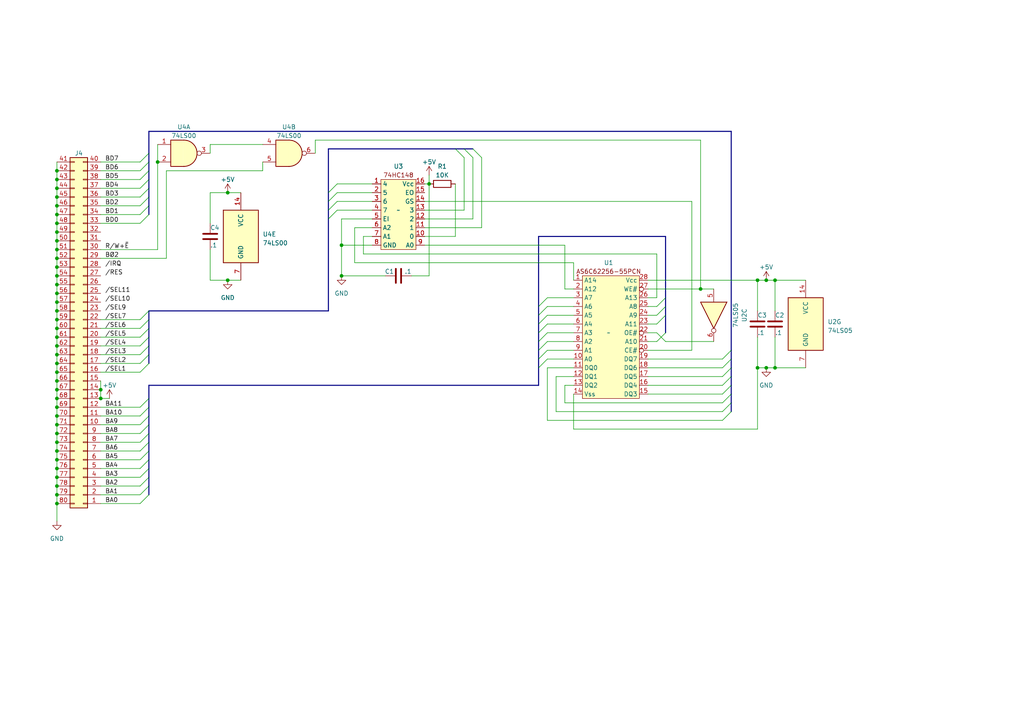
<source format=kicad_sch>
(kicad_sch (version 20230121) (generator eeschema)

  (uuid f14d0aee-6c95-4356-8e35-1c2300d9566d)

  (paper "A4")

  (lib_symbols
    (symbol "74xx:74LS00" (pin_names (offset 1.016)) (in_bom yes) (on_board yes)
      (property "Reference" "U" (at 0 1.27 0)
        (effects (font (size 1.27 1.27)))
      )
      (property "Value" "74LS00" (at 0 -1.27 0)
        (effects (font (size 1.27 1.27)))
      )
      (property "Footprint" "" (at 0 0 0)
        (effects (font (size 1.27 1.27)) hide)
      )
      (property "Datasheet" "http://www.ti.com/lit/gpn/sn74ls00" (at 0 0 0)
        (effects (font (size 1.27 1.27)) hide)
      )
      (property "ki_locked" "" (at 0 0 0)
        (effects (font (size 1.27 1.27)))
      )
      (property "ki_keywords" "TTL nand 2-input" (at 0 0 0)
        (effects (font (size 1.27 1.27)) hide)
      )
      (property "ki_description" "quad 2-input NAND gate" (at 0 0 0)
        (effects (font (size 1.27 1.27)) hide)
      )
      (property "ki_fp_filters" "DIP*W7.62mm* SO14*" (at 0 0 0)
        (effects (font (size 1.27 1.27)) hide)
      )
      (symbol "74LS00_1_1"
        (arc (start 0 -3.81) (mid 3.7934 0) (end 0 3.81)
          (stroke (width 0.254) (type default))
          (fill (type background))
        )
        (polyline
          (pts
            (xy 0 3.81)
            (xy -3.81 3.81)
            (xy -3.81 -3.81)
            (xy 0 -3.81)
          )
          (stroke (width 0.254) (type default))
          (fill (type background))
        )
        (pin input line (at -7.62 2.54 0) (length 3.81)
          (name "~" (effects (font (size 1.27 1.27))))
          (number "1" (effects (font (size 1.27 1.27))))
        )
        (pin input line (at -7.62 -2.54 0) (length 3.81)
          (name "~" (effects (font (size 1.27 1.27))))
          (number "2" (effects (font (size 1.27 1.27))))
        )
        (pin output inverted (at 7.62 0 180) (length 3.81)
          (name "~" (effects (font (size 1.27 1.27))))
          (number "3" (effects (font (size 1.27 1.27))))
        )
      )
      (symbol "74LS00_1_2"
        (arc (start -3.81 -3.81) (mid -2.589 0) (end -3.81 3.81)
          (stroke (width 0.254) (type default))
          (fill (type none))
        )
        (arc (start -0.6096 -3.81) (mid 2.1842 -2.5851) (end 3.81 0)
          (stroke (width 0.254) (type default))
          (fill (type background))
        )
        (polyline
          (pts
            (xy -3.81 -3.81)
            (xy -0.635 -3.81)
          )
          (stroke (width 0.254) (type default))
          (fill (type background))
        )
        (polyline
          (pts
            (xy -3.81 3.81)
            (xy -0.635 3.81)
          )
          (stroke (width 0.254) (type default))
          (fill (type background))
        )
        (polyline
          (pts
            (xy -0.635 3.81)
            (xy -3.81 3.81)
            (xy -3.81 3.81)
            (xy -3.556 3.4036)
            (xy -3.0226 2.2606)
            (xy -2.6924 1.0414)
            (xy -2.6162 -0.254)
            (xy -2.7686 -1.4986)
            (xy -3.175 -2.7178)
            (xy -3.81 -3.81)
            (xy -3.81 -3.81)
            (xy -0.635 -3.81)
          )
          (stroke (width -25.4) (type default))
          (fill (type background))
        )
        (arc (start 3.81 0) (mid 2.1915 2.5936) (end -0.6096 3.81)
          (stroke (width 0.254) (type default))
          (fill (type background))
        )
        (pin input inverted (at -7.62 2.54 0) (length 4.318)
          (name "~" (effects (font (size 1.27 1.27))))
          (number "1" (effects (font (size 1.27 1.27))))
        )
        (pin input inverted (at -7.62 -2.54 0) (length 4.318)
          (name "~" (effects (font (size 1.27 1.27))))
          (number "2" (effects (font (size 1.27 1.27))))
        )
        (pin output line (at 7.62 0 180) (length 3.81)
          (name "~" (effects (font (size 1.27 1.27))))
          (number "3" (effects (font (size 1.27 1.27))))
        )
      )
      (symbol "74LS00_2_1"
        (arc (start 0 -3.81) (mid 3.7934 0) (end 0 3.81)
          (stroke (width 0.254) (type default))
          (fill (type background))
        )
        (polyline
          (pts
            (xy 0 3.81)
            (xy -3.81 3.81)
            (xy -3.81 -3.81)
            (xy 0 -3.81)
          )
          (stroke (width 0.254) (type default))
          (fill (type background))
        )
        (pin input line (at -7.62 2.54 0) (length 3.81)
          (name "~" (effects (font (size 1.27 1.27))))
          (number "4" (effects (font (size 1.27 1.27))))
        )
        (pin input line (at -7.62 -2.54 0) (length 3.81)
          (name "~" (effects (font (size 1.27 1.27))))
          (number "5" (effects (font (size 1.27 1.27))))
        )
        (pin output inverted (at 7.62 0 180) (length 3.81)
          (name "~" (effects (font (size 1.27 1.27))))
          (number "6" (effects (font (size 1.27 1.27))))
        )
      )
      (symbol "74LS00_2_2"
        (arc (start -3.81 -3.81) (mid -2.589 0) (end -3.81 3.81)
          (stroke (width 0.254) (type default))
          (fill (type none))
        )
        (arc (start -0.6096 -3.81) (mid 2.1842 -2.5851) (end 3.81 0)
          (stroke (width 0.254) (type default))
          (fill (type background))
        )
        (polyline
          (pts
            (xy -3.81 -3.81)
            (xy -0.635 -3.81)
          )
          (stroke (width 0.254) (type default))
          (fill (type background))
        )
        (polyline
          (pts
            (xy -3.81 3.81)
            (xy -0.635 3.81)
          )
          (stroke (width 0.254) (type default))
          (fill (type background))
        )
        (polyline
          (pts
            (xy -0.635 3.81)
            (xy -3.81 3.81)
            (xy -3.81 3.81)
            (xy -3.556 3.4036)
            (xy -3.0226 2.2606)
            (xy -2.6924 1.0414)
            (xy -2.6162 -0.254)
            (xy -2.7686 -1.4986)
            (xy -3.175 -2.7178)
            (xy -3.81 -3.81)
            (xy -3.81 -3.81)
            (xy -0.635 -3.81)
          )
          (stroke (width -25.4) (type default))
          (fill (type background))
        )
        (arc (start 3.81 0) (mid 2.1915 2.5936) (end -0.6096 3.81)
          (stroke (width 0.254) (type default))
          (fill (type background))
        )
        (pin input inverted (at -7.62 2.54 0) (length 4.318)
          (name "~" (effects (font (size 1.27 1.27))))
          (number "4" (effects (font (size 1.27 1.27))))
        )
        (pin input inverted (at -7.62 -2.54 0) (length 4.318)
          (name "~" (effects (font (size 1.27 1.27))))
          (number "5" (effects (font (size 1.27 1.27))))
        )
        (pin output line (at 7.62 0 180) (length 3.81)
          (name "~" (effects (font (size 1.27 1.27))))
          (number "6" (effects (font (size 1.27 1.27))))
        )
      )
      (symbol "74LS00_3_1"
        (arc (start 0 -3.81) (mid 3.7934 0) (end 0 3.81)
          (stroke (width 0.254) (type default))
          (fill (type background))
        )
        (polyline
          (pts
            (xy 0 3.81)
            (xy -3.81 3.81)
            (xy -3.81 -3.81)
            (xy 0 -3.81)
          )
          (stroke (width 0.254) (type default))
          (fill (type background))
        )
        (pin input line (at -7.62 -2.54 0) (length 3.81)
          (name "~" (effects (font (size 1.27 1.27))))
          (number "10" (effects (font (size 1.27 1.27))))
        )
        (pin output inverted (at 7.62 0 180) (length 3.81)
          (name "~" (effects (font (size 1.27 1.27))))
          (number "8" (effects (font (size 1.27 1.27))))
        )
        (pin input line (at -7.62 2.54 0) (length 3.81)
          (name "~" (effects (font (size 1.27 1.27))))
          (number "9" (effects (font (size 1.27 1.27))))
        )
      )
      (symbol "74LS00_3_2"
        (arc (start -3.81 -3.81) (mid -2.589 0) (end -3.81 3.81)
          (stroke (width 0.254) (type default))
          (fill (type none))
        )
        (arc (start -0.6096 -3.81) (mid 2.1842 -2.5851) (end 3.81 0)
          (stroke (width 0.254) (type default))
          (fill (type background))
        )
        (polyline
          (pts
            (xy -3.81 -3.81)
            (xy -0.635 -3.81)
          )
          (stroke (width 0.254) (type default))
          (fill (type background))
        )
        (polyline
          (pts
            (xy -3.81 3.81)
            (xy -0.635 3.81)
          )
          (stroke (width 0.254) (type default))
          (fill (type background))
        )
        (polyline
          (pts
            (xy -0.635 3.81)
            (xy -3.81 3.81)
            (xy -3.81 3.81)
            (xy -3.556 3.4036)
            (xy -3.0226 2.2606)
            (xy -2.6924 1.0414)
            (xy -2.6162 -0.254)
            (xy -2.7686 -1.4986)
            (xy -3.175 -2.7178)
            (xy -3.81 -3.81)
            (xy -3.81 -3.81)
            (xy -0.635 -3.81)
          )
          (stroke (width -25.4) (type default))
          (fill (type background))
        )
        (arc (start 3.81 0) (mid 2.1915 2.5936) (end -0.6096 3.81)
          (stroke (width 0.254) (type default))
          (fill (type background))
        )
        (pin input inverted (at -7.62 -2.54 0) (length 4.318)
          (name "~" (effects (font (size 1.27 1.27))))
          (number "10" (effects (font (size 1.27 1.27))))
        )
        (pin output line (at 7.62 0 180) (length 3.81)
          (name "~" (effects (font (size 1.27 1.27))))
          (number "8" (effects (font (size 1.27 1.27))))
        )
        (pin input inverted (at -7.62 2.54 0) (length 4.318)
          (name "~" (effects (font (size 1.27 1.27))))
          (number "9" (effects (font (size 1.27 1.27))))
        )
      )
      (symbol "74LS00_4_1"
        (arc (start 0 -3.81) (mid 3.7934 0) (end 0 3.81)
          (stroke (width 0.254) (type default))
          (fill (type background))
        )
        (polyline
          (pts
            (xy 0 3.81)
            (xy -3.81 3.81)
            (xy -3.81 -3.81)
            (xy 0 -3.81)
          )
          (stroke (width 0.254) (type default))
          (fill (type background))
        )
        (pin output inverted (at 7.62 0 180) (length 3.81)
          (name "~" (effects (font (size 1.27 1.27))))
          (number "11" (effects (font (size 1.27 1.27))))
        )
        (pin input line (at -7.62 2.54 0) (length 3.81)
          (name "~" (effects (font (size 1.27 1.27))))
          (number "12" (effects (font (size 1.27 1.27))))
        )
        (pin input line (at -7.62 -2.54 0) (length 3.81)
          (name "~" (effects (font (size 1.27 1.27))))
          (number "13" (effects (font (size 1.27 1.27))))
        )
      )
      (symbol "74LS00_4_2"
        (arc (start -3.81 -3.81) (mid -2.589 0) (end -3.81 3.81)
          (stroke (width 0.254) (type default))
          (fill (type none))
        )
        (arc (start -0.6096 -3.81) (mid 2.1842 -2.5851) (end 3.81 0)
          (stroke (width 0.254) (type default))
          (fill (type background))
        )
        (polyline
          (pts
            (xy -3.81 -3.81)
            (xy -0.635 -3.81)
          )
          (stroke (width 0.254) (type default))
          (fill (type background))
        )
        (polyline
          (pts
            (xy -3.81 3.81)
            (xy -0.635 3.81)
          )
          (stroke (width 0.254) (type default))
          (fill (type background))
        )
        (polyline
          (pts
            (xy -0.635 3.81)
            (xy -3.81 3.81)
            (xy -3.81 3.81)
            (xy -3.556 3.4036)
            (xy -3.0226 2.2606)
            (xy -2.6924 1.0414)
            (xy -2.6162 -0.254)
            (xy -2.7686 -1.4986)
            (xy -3.175 -2.7178)
            (xy -3.81 -3.81)
            (xy -3.81 -3.81)
            (xy -0.635 -3.81)
          )
          (stroke (width -25.4) (type default))
          (fill (type background))
        )
        (arc (start 3.81 0) (mid 2.1915 2.5936) (end -0.6096 3.81)
          (stroke (width 0.254) (type default))
          (fill (type background))
        )
        (pin output line (at 7.62 0 180) (length 3.81)
          (name "~" (effects (font (size 1.27 1.27))))
          (number "11" (effects (font (size 1.27 1.27))))
        )
        (pin input inverted (at -7.62 2.54 0) (length 4.318)
          (name "~" (effects (font (size 1.27 1.27))))
          (number "12" (effects (font (size 1.27 1.27))))
        )
        (pin input inverted (at -7.62 -2.54 0) (length 4.318)
          (name "~" (effects (font (size 1.27 1.27))))
          (number "13" (effects (font (size 1.27 1.27))))
        )
      )
      (symbol "74LS00_5_0"
        (pin power_in line (at 0 12.7 270) (length 5.08)
          (name "VCC" (effects (font (size 1.27 1.27))))
          (number "14" (effects (font (size 1.27 1.27))))
        )
        (pin power_in line (at 0 -12.7 90) (length 5.08)
          (name "GND" (effects (font (size 1.27 1.27))))
          (number "7" (effects (font (size 1.27 1.27))))
        )
      )
      (symbol "74LS00_5_1"
        (rectangle (start -5.08 7.62) (end 5.08 -7.62)
          (stroke (width 0.254) (type default))
          (fill (type background))
        )
      )
    )
    (symbol "74xx:74LS05" (pin_names (offset 1.016)) (in_bom yes) (on_board yes)
      (property "Reference" "U" (at 0 1.27 0)
        (effects (font (size 1.27 1.27)))
      )
      (property "Value" "74LS05" (at 0 -1.27 0)
        (effects (font (size 1.27 1.27)))
      )
      (property "Footprint" "" (at 0 0 0)
        (effects (font (size 1.27 1.27)) hide)
      )
      (property "Datasheet" "http://www.ti.com/lit/gpn/sn74LS05" (at 0 0 0)
        (effects (font (size 1.27 1.27)) hide)
      )
      (property "ki_locked" "" (at 0 0 0)
        (effects (font (size 1.27 1.27)))
      )
      (property "ki_keywords" "TTL not inv OpenCol" (at 0 0 0)
        (effects (font (size 1.27 1.27)) hide)
      )
      (property "ki_description" "Inverter Open Collect" (at 0 0 0)
        (effects (font (size 1.27 1.27)) hide)
      )
      (property "ki_fp_filters" "DIP*W7.62mm*" (at 0 0 0)
        (effects (font (size 1.27 1.27)) hide)
      )
      (symbol "74LS05_1_0"
        (polyline
          (pts
            (xy -3.81 3.81)
            (xy -3.81 -3.81)
            (xy 3.81 0)
            (xy -3.81 3.81)
          )
          (stroke (width 0.254) (type default))
          (fill (type background))
        )
        (pin input line (at -7.62 0 0) (length 3.81)
          (name "~" (effects (font (size 1.27 1.27))))
          (number "1" (effects (font (size 1.27 1.27))))
        )
        (pin open_collector inverted (at 7.62 0 180) (length 3.81)
          (name "~" (effects (font (size 1.27 1.27))))
          (number "2" (effects (font (size 1.27 1.27))))
        )
      )
      (symbol "74LS05_2_0"
        (polyline
          (pts
            (xy -3.81 3.81)
            (xy -3.81 -3.81)
            (xy 3.81 0)
            (xy -3.81 3.81)
          )
          (stroke (width 0.254) (type default))
          (fill (type background))
        )
        (pin input line (at -7.62 0 0) (length 3.81)
          (name "~" (effects (font (size 1.27 1.27))))
          (number "3" (effects (font (size 1.27 1.27))))
        )
        (pin open_collector inverted (at 7.62 0 180) (length 3.81)
          (name "~" (effects (font (size 1.27 1.27))))
          (number "4" (effects (font (size 1.27 1.27))))
        )
      )
      (symbol "74LS05_3_0"
        (polyline
          (pts
            (xy -3.81 3.81)
            (xy -3.81 -3.81)
            (xy 3.81 0)
            (xy -3.81 3.81)
          )
          (stroke (width 0.254) (type default))
          (fill (type background))
        )
        (pin input line (at -7.62 0 0) (length 3.81)
          (name "~" (effects (font (size 1.27 1.27))))
          (number "5" (effects (font (size 1.27 1.27))))
        )
        (pin open_collector inverted (at 7.62 0 180) (length 3.81)
          (name "~" (effects (font (size 1.27 1.27))))
          (number "6" (effects (font (size 1.27 1.27))))
        )
      )
      (symbol "74LS05_4_0"
        (polyline
          (pts
            (xy -3.81 3.81)
            (xy -3.81 -3.81)
            (xy 3.81 0)
            (xy -3.81 3.81)
          )
          (stroke (width 0.254) (type default))
          (fill (type background))
        )
        (pin open_collector inverted (at 7.62 0 180) (length 3.81)
          (name "~" (effects (font (size 1.27 1.27))))
          (number "8" (effects (font (size 1.27 1.27))))
        )
        (pin input line (at -7.62 0 0) (length 3.81)
          (name "~" (effects (font (size 1.27 1.27))))
          (number "9" (effects (font (size 1.27 1.27))))
        )
      )
      (symbol "74LS05_5_0"
        (polyline
          (pts
            (xy -3.81 3.81)
            (xy -3.81 -3.81)
            (xy 3.81 0)
            (xy -3.81 3.81)
          )
          (stroke (width 0.254) (type default))
          (fill (type background))
        )
        (pin open_collector inverted (at 7.62 0 180) (length 3.81)
          (name "~" (effects (font (size 1.27 1.27))))
          (number "10" (effects (font (size 1.27 1.27))))
        )
        (pin input line (at -7.62 0 0) (length 3.81)
          (name "~" (effects (font (size 1.27 1.27))))
          (number "11" (effects (font (size 1.27 1.27))))
        )
      )
      (symbol "74LS05_6_0"
        (polyline
          (pts
            (xy -3.81 3.81)
            (xy -3.81 -3.81)
            (xy 3.81 0)
            (xy -3.81 3.81)
          )
          (stroke (width 0.254) (type default))
          (fill (type background))
        )
        (pin open_collector inverted (at 7.62 0 180) (length 3.81)
          (name "~" (effects (font (size 1.27 1.27))))
          (number "12" (effects (font (size 1.27 1.27))))
        )
        (pin input line (at -7.62 0 0) (length 3.81)
          (name "~" (effects (font (size 1.27 1.27))))
          (number "13" (effects (font (size 1.27 1.27))))
        )
      )
      (symbol "74LS05_7_0"
        (pin power_in line (at 0 12.7 270) (length 5.08)
          (name "VCC" (effects (font (size 1.27 1.27))))
          (number "14" (effects (font (size 1.27 1.27))))
        )
        (pin power_in line (at 0 -12.7 90) (length 5.08)
          (name "GND" (effects (font (size 1.27 1.27))))
          (number "7" (effects (font (size 1.27 1.27))))
        )
      )
      (symbol "74LS05_7_1"
        (rectangle (start -5.08 7.62) (end 5.08 -7.62)
          (stroke (width 0.254) (type default))
          (fill (type background))
        )
      )
    )
    (symbol "Connector_Generic:Conn_02x40_Counter_Clockwise" (pin_names (offset 1.016) hide) (in_bom yes) (on_board yes)
      (property "Reference" "J" (at 1.27 50.8 0)
        (effects (font (size 1.27 1.27)))
      )
      (property "Value" "Conn_02x40_Counter_Clockwise" (at 1.27 -53.34 0)
        (effects (font (size 1.27 1.27)))
      )
      (property "Footprint" "" (at 0 0 0)
        (effects (font (size 1.27 1.27)) hide)
      )
      (property "Datasheet" "~" (at 0 0 0)
        (effects (font (size 1.27 1.27)) hide)
      )
      (property "ki_keywords" "connector" (at 0 0 0)
        (effects (font (size 1.27 1.27)) hide)
      )
      (property "ki_description" "Generic connector, double row, 02x40, counter clockwise pin numbering scheme (similar to DIP package numbering), script generated (kicad-library-utils/schlib/autogen/connector/)" (at 0 0 0)
        (effects (font (size 1.27 1.27)) hide)
      )
      (property "ki_fp_filters" "Connector*:*_2x??_*" (at 0 0 0)
        (effects (font (size 1.27 1.27)) hide)
      )
      (symbol "Conn_02x40_Counter_Clockwise_1_1"
        (rectangle (start -1.27 -50.673) (end 0 -50.927)
          (stroke (width 0.1524) (type default))
          (fill (type none))
        )
        (rectangle (start -1.27 -48.133) (end 0 -48.387)
          (stroke (width 0.1524) (type default))
          (fill (type none))
        )
        (rectangle (start -1.27 -45.593) (end 0 -45.847)
          (stroke (width 0.1524) (type default))
          (fill (type none))
        )
        (rectangle (start -1.27 -43.053) (end 0 -43.307)
          (stroke (width 0.1524) (type default))
          (fill (type none))
        )
        (rectangle (start -1.27 -40.513) (end 0 -40.767)
          (stroke (width 0.1524) (type default))
          (fill (type none))
        )
        (rectangle (start -1.27 -37.973) (end 0 -38.227)
          (stroke (width 0.1524) (type default))
          (fill (type none))
        )
        (rectangle (start -1.27 -35.433) (end 0 -35.687)
          (stroke (width 0.1524) (type default))
          (fill (type none))
        )
        (rectangle (start -1.27 -32.893) (end 0 -33.147)
          (stroke (width 0.1524) (type default))
          (fill (type none))
        )
        (rectangle (start -1.27 -30.353) (end 0 -30.607)
          (stroke (width 0.1524) (type default))
          (fill (type none))
        )
        (rectangle (start -1.27 -27.813) (end 0 -28.067)
          (stroke (width 0.1524) (type default))
          (fill (type none))
        )
        (rectangle (start -1.27 -25.273) (end 0 -25.527)
          (stroke (width 0.1524) (type default))
          (fill (type none))
        )
        (rectangle (start -1.27 -22.733) (end 0 -22.987)
          (stroke (width 0.1524) (type default))
          (fill (type none))
        )
        (rectangle (start -1.27 -20.193) (end 0 -20.447)
          (stroke (width 0.1524) (type default))
          (fill (type none))
        )
        (rectangle (start -1.27 -17.653) (end 0 -17.907)
          (stroke (width 0.1524) (type default))
          (fill (type none))
        )
        (rectangle (start -1.27 -15.113) (end 0 -15.367)
          (stroke (width 0.1524) (type default))
          (fill (type none))
        )
        (rectangle (start -1.27 -12.573) (end 0 -12.827)
          (stroke (width 0.1524) (type default))
          (fill (type none))
        )
        (rectangle (start -1.27 -10.033) (end 0 -10.287)
          (stroke (width 0.1524) (type default))
          (fill (type none))
        )
        (rectangle (start -1.27 -7.493) (end 0 -7.747)
          (stroke (width 0.1524) (type default))
          (fill (type none))
        )
        (rectangle (start -1.27 -4.953) (end 0 -5.207)
          (stroke (width 0.1524) (type default))
          (fill (type none))
        )
        (rectangle (start -1.27 -2.413) (end 0 -2.667)
          (stroke (width 0.1524) (type default))
          (fill (type none))
        )
        (rectangle (start -1.27 0.127) (end 0 -0.127)
          (stroke (width 0.1524) (type default))
          (fill (type none))
        )
        (rectangle (start -1.27 2.667) (end 0 2.413)
          (stroke (width 0.1524) (type default))
          (fill (type none))
        )
        (rectangle (start -1.27 5.207) (end 0 4.953)
          (stroke (width 0.1524) (type default))
          (fill (type none))
        )
        (rectangle (start -1.27 7.747) (end 0 7.493)
          (stroke (width 0.1524) (type default))
          (fill (type none))
        )
        (rectangle (start -1.27 10.287) (end 0 10.033)
          (stroke (width 0.1524) (type default))
          (fill (type none))
        )
        (rectangle (start -1.27 12.827) (end 0 12.573)
          (stroke (width 0.1524) (type default))
          (fill (type none))
        )
        (rectangle (start -1.27 15.367) (end 0 15.113)
          (stroke (width 0.1524) (type default))
          (fill (type none))
        )
        (rectangle (start -1.27 17.907) (end 0 17.653)
          (stroke (width 0.1524) (type default))
          (fill (type none))
        )
        (rectangle (start -1.27 20.447) (end 0 20.193)
          (stroke (width 0.1524) (type default))
          (fill (type none))
        )
        (rectangle (start -1.27 22.987) (end 0 22.733)
          (stroke (width 0.1524) (type default))
          (fill (type none))
        )
        (rectangle (start -1.27 25.527) (end 0 25.273)
          (stroke (width 0.1524) (type default))
          (fill (type none))
        )
        (rectangle (start -1.27 28.067) (end 0 27.813)
          (stroke (width 0.1524) (type default))
          (fill (type none))
        )
        (rectangle (start -1.27 30.607) (end 0 30.353)
          (stroke (width 0.1524) (type default))
          (fill (type none))
        )
        (rectangle (start -1.27 33.147) (end 0 32.893)
          (stroke (width 0.1524) (type default))
          (fill (type none))
        )
        (rectangle (start -1.27 35.687) (end 0 35.433)
          (stroke (width 0.1524) (type default))
          (fill (type none))
        )
        (rectangle (start -1.27 38.227) (end 0 37.973)
          (stroke (width 0.1524) (type default))
          (fill (type none))
        )
        (rectangle (start -1.27 40.767) (end 0 40.513)
          (stroke (width 0.1524) (type default))
          (fill (type none))
        )
        (rectangle (start -1.27 43.307) (end 0 43.053)
          (stroke (width 0.1524) (type default))
          (fill (type none))
        )
        (rectangle (start -1.27 45.847) (end 0 45.593)
          (stroke (width 0.1524) (type default))
          (fill (type none))
        )
        (rectangle (start -1.27 48.387) (end 0 48.133)
          (stroke (width 0.1524) (type default))
          (fill (type none))
        )
        (rectangle (start -1.27 49.53) (end 3.81 -52.07)
          (stroke (width 0.254) (type default))
          (fill (type background))
        )
        (rectangle (start 3.81 -50.673) (end 2.54 -50.927)
          (stroke (width 0.1524) (type default))
          (fill (type none))
        )
        (rectangle (start 3.81 -48.133) (end 2.54 -48.387)
          (stroke (width 0.1524) (type default))
          (fill (type none))
        )
        (rectangle (start 3.81 -45.593) (end 2.54 -45.847)
          (stroke (width 0.1524) (type default))
          (fill (type none))
        )
        (rectangle (start 3.81 -43.053) (end 2.54 -43.307)
          (stroke (width 0.1524) (type default))
          (fill (type none))
        )
        (rectangle (start 3.81 -40.513) (end 2.54 -40.767)
          (stroke (width 0.1524) (type default))
          (fill (type none))
        )
        (rectangle (start 3.81 -37.973) (end 2.54 -38.227)
          (stroke (width 0.1524) (type default))
          (fill (type none))
        )
        (rectangle (start 3.81 -35.433) (end 2.54 -35.687)
          (stroke (width 0.1524) (type default))
          (fill (type none))
        )
        (rectangle (start 3.81 -32.893) (end 2.54 -33.147)
          (stroke (width 0.1524) (type default))
          (fill (type none))
        )
        (rectangle (start 3.81 -30.353) (end 2.54 -30.607)
          (stroke (width 0.1524) (type default))
          (fill (type none))
        )
        (rectangle (start 3.81 -27.813) (end 2.54 -28.067)
          (stroke (width 0.1524) (type default))
          (fill (type none))
        )
        (rectangle (start 3.81 -25.273) (end 2.54 -25.527)
          (stroke (width 0.1524) (type default))
          (fill (type none))
        )
        (rectangle (start 3.81 -22.733) (end 2.54 -22.987)
          (stroke (width 0.1524) (type default))
          (fill (type none))
        )
        (rectangle (start 3.81 -20.193) (end 2.54 -20.447)
          (stroke (width 0.1524) (type default))
          (fill (type none))
        )
        (rectangle (start 3.81 -17.653) (end 2.54 -17.907)
          (stroke (width 0.1524) (type default))
          (fill (type none))
        )
        (rectangle (start 3.81 -15.113) (end 2.54 -15.367)
          (stroke (width 0.1524) (type default))
          (fill (type none))
        )
        (rectangle (start 3.81 -12.573) (end 2.54 -12.827)
          (stroke (width 0.1524) (type default))
          (fill (type none))
        )
        (rectangle (start 3.81 -10.033) (end 2.54 -10.287)
          (stroke (width 0.1524) (type default))
          (fill (type none))
        )
        (rectangle (start 3.81 -7.493) (end 2.54 -7.747)
          (stroke (width 0.1524) (type default))
          (fill (type none))
        )
        (rectangle (start 3.81 -4.953) (end 2.54 -5.207)
          (stroke (width 0.1524) (type default))
          (fill (type none))
        )
        (rectangle (start 3.81 -2.413) (end 2.54 -2.667)
          (stroke (width 0.1524) (type default))
          (fill (type none))
        )
        (rectangle (start 3.81 0.127) (end 2.54 -0.127)
          (stroke (width 0.1524) (type default))
          (fill (type none))
        )
        (rectangle (start 3.81 2.667) (end 2.54 2.413)
          (stroke (width 0.1524) (type default))
          (fill (type none))
        )
        (rectangle (start 3.81 5.207) (end 2.54 4.953)
          (stroke (width 0.1524) (type default))
          (fill (type none))
        )
        (rectangle (start 3.81 7.747) (end 2.54 7.493)
          (stroke (width 0.1524) (type default))
          (fill (type none))
        )
        (rectangle (start 3.81 10.287) (end 2.54 10.033)
          (stroke (width 0.1524) (type default))
          (fill (type none))
        )
        (rectangle (start 3.81 12.827) (end 2.54 12.573)
          (stroke (width 0.1524) (type default))
          (fill (type none))
        )
        (rectangle (start 3.81 15.367) (end 2.54 15.113)
          (stroke (width 0.1524) (type default))
          (fill (type none))
        )
        (rectangle (start 3.81 17.907) (end 2.54 17.653)
          (stroke (width 0.1524) (type default))
          (fill (type none))
        )
        (rectangle (start 3.81 20.447) (end 2.54 20.193)
          (stroke (width 0.1524) (type default))
          (fill (type none))
        )
        (rectangle (start 3.81 22.987) (end 2.54 22.733)
          (stroke (width 0.1524) (type default))
          (fill (type none))
        )
        (rectangle (start 3.81 25.527) (end 2.54 25.273)
          (stroke (width 0.1524) (type default))
          (fill (type none))
        )
        (rectangle (start 3.81 28.067) (end 2.54 27.813)
          (stroke (width 0.1524) (type default))
          (fill (type none))
        )
        (rectangle (start 3.81 30.607) (end 2.54 30.353)
          (stroke (width 0.1524) (type default))
          (fill (type none))
        )
        (rectangle (start 3.81 33.147) (end 2.54 32.893)
          (stroke (width 0.1524) (type default))
          (fill (type none))
        )
        (rectangle (start 3.81 35.687) (end 2.54 35.433)
          (stroke (width 0.1524) (type default))
          (fill (type none))
        )
        (rectangle (start 3.81 38.227) (end 2.54 37.973)
          (stroke (width 0.1524) (type default))
          (fill (type none))
        )
        (rectangle (start 3.81 40.767) (end 2.54 40.513)
          (stroke (width 0.1524) (type default))
          (fill (type none))
        )
        (rectangle (start 3.81 43.307) (end 2.54 43.053)
          (stroke (width 0.1524) (type default))
          (fill (type none))
        )
        (rectangle (start 3.81 45.847) (end 2.54 45.593)
          (stroke (width 0.1524) (type default))
          (fill (type none))
        )
        (rectangle (start 3.81 48.387) (end 2.54 48.133)
          (stroke (width 0.1524) (type default))
          (fill (type none))
        )
        (pin passive line (at -5.08 48.26 0) (length 3.81)
          (name "Pin_1" (effects (font (size 1.27 1.27))))
          (number "1" (effects (font (size 1.27 1.27))))
        )
        (pin passive line (at -5.08 25.4 0) (length 3.81)
          (name "Pin_10" (effects (font (size 1.27 1.27))))
          (number "10" (effects (font (size 1.27 1.27))))
        )
        (pin passive line (at -5.08 22.86 0) (length 3.81)
          (name "Pin_11" (effects (font (size 1.27 1.27))))
          (number "11" (effects (font (size 1.27 1.27))))
        )
        (pin passive line (at -5.08 20.32 0) (length 3.81)
          (name "Pin_12" (effects (font (size 1.27 1.27))))
          (number "12" (effects (font (size 1.27 1.27))))
        )
        (pin passive line (at -5.08 17.78 0) (length 3.81)
          (name "Pin_13" (effects (font (size 1.27 1.27))))
          (number "13" (effects (font (size 1.27 1.27))))
        )
        (pin passive line (at -5.08 15.24 0) (length 3.81)
          (name "Pin_14" (effects (font (size 1.27 1.27))))
          (number "14" (effects (font (size 1.27 1.27))))
        )
        (pin passive line (at -5.08 12.7 0) (length 3.81)
          (name "Pin_15" (effects (font (size 1.27 1.27))))
          (number "15" (effects (font (size 1.27 1.27))))
        )
        (pin passive line (at -5.08 10.16 0) (length 3.81)
          (name "Pin_16" (effects (font (size 1.27 1.27))))
          (number "16" (effects (font (size 1.27 1.27))))
        )
        (pin passive line (at -5.08 7.62 0) (length 3.81)
          (name "Pin_17" (effects (font (size 1.27 1.27))))
          (number "17" (effects (font (size 1.27 1.27))))
        )
        (pin passive line (at -5.08 5.08 0) (length 3.81)
          (name "Pin_18" (effects (font (size 1.27 1.27))))
          (number "18" (effects (font (size 1.27 1.27))))
        )
        (pin passive line (at -5.08 2.54 0) (length 3.81)
          (name "Pin_19" (effects (font (size 1.27 1.27))))
          (number "19" (effects (font (size 1.27 1.27))))
        )
        (pin passive line (at -5.08 45.72 0) (length 3.81)
          (name "Pin_2" (effects (font (size 1.27 1.27))))
          (number "2" (effects (font (size 1.27 1.27))))
        )
        (pin passive line (at -5.08 0 0) (length 3.81)
          (name "Pin_20" (effects (font (size 1.27 1.27))))
          (number "20" (effects (font (size 1.27 1.27))))
        )
        (pin passive line (at -5.08 -2.54 0) (length 3.81)
          (name "Pin_21" (effects (font (size 1.27 1.27))))
          (number "21" (effects (font (size 1.27 1.27))))
        )
        (pin passive line (at -5.08 -5.08 0) (length 3.81)
          (name "Pin_22" (effects (font (size 1.27 1.27))))
          (number "22" (effects (font (size 1.27 1.27))))
        )
        (pin passive line (at -5.08 -7.62 0) (length 3.81)
          (name "Pin_23" (effects (font (size 1.27 1.27))))
          (number "23" (effects (font (size 1.27 1.27))))
        )
        (pin passive line (at -5.08 -10.16 0) (length 3.81)
          (name "Pin_24" (effects (font (size 1.27 1.27))))
          (number "24" (effects (font (size 1.27 1.27))))
        )
        (pin passive line (at -5.08 -12.7 0) (length 3.81)
          (name "Pin_25" (effects (font (size 1.27 1.27))))
          (number "25" (effects (font (size 1.27 1.27))))
        )
        (pin passive line (at -5.08 -15.24 0) (length 3.81)
          (name "Pin_26" (effects (font (size 1.27 1.27))))
          (number "26" (effects (font (size 1.27 1.27))))
        )
        (pin passive line (at -5.08 -17.78 0) (length 3.81)
          (name "Pin_27" (effects (font (size 1.27 1.27))))
          (number "27" (effects (font (size 1.27 1.27))))
        )
        (pin passive line (at -5.08 -20.32 0) (length 3.81)
          (name "Pin_28" (effects (font (size 1.27 1.27))))
          (number "28" (effects (font (size 1.27 1.27))))
        )
        (pin passive line (at -5.08 -22.86 0) (length 3.81)
          (name "Pin_29" (effects (font (size 1.27 1.27))))
          (number "29" (effects (font (size 1.27 1.27))))
        )
        (pin passive line (at -5.08 43.18 0) (length 3.81)
          (name "Pin_3" (effects (font (size 1.27 1.27))))
          (number "3" (effects (font (size 1.27 1.27))))
        )
        (pin passive line (at -5.08 -25.4 0) (length 3.81)
          (name "Pin_30" (effects (font (size 1.27 1.27))))
          (number "30" (effects (font (size 1.27 1.27))))
        )
        (pin passive line (at -5.08 -27.94 0) (length 3.81)
          (name "Pin_31" (effects (font (size 1.27 1.27))))
          (number "31" (effects (font (size 1.27 1.27))))
        )
        (pin passive line (at -5.08 -30.48 0) (length 3.81)
          (name "Pin_32" (effects (font (size 1.27 1.27))))
          (number "32" (effects (font (size 1.27 1.27))))
        )
        (pin passive line (at -5.08 -33.02 0) (length 3.81)
          (name "Pin_33" (effects (font (size 1.27 1.27))))
          (number "33" (effects (font (size 1.27 1.27))))
        )
        (pin passive line (at -5.08 -35.56 0) (length 3.81)
          (name "Pin_34" (effects (font (size 1.27 1.27))))
          (number "34" (effects (font (size 1.27 1.27))))
        )
        (pin passive line (at -5.08 -38.1 0) (length 3.81)
          (name "Pin_35" (effects (font (size 1.27 1.27))))
          (number "35" (effects (font (size 1.27 1.27))))
        )
        (pin passive line (at -5.08 -40.64 0) (length 3.81)
          (name "Pin_36" (effects (font (size 1.27 1.27))))
          (number "36" (effects (font (size 1.27 1.27))))
        )
        (pin passive line (at -5.08 -43.18 0) (length 3.81)
          (name "Pin_37" (effects (font (size 1.27 1.27))))
          (number "37" (effects (font (size 1.27 1.27))))
        )
        (pin passive line (at -5.08 -45.72 0) (length 3.81)
          (name "Pin_38" (effects (font (size 1.27 1.27))))
          (number "38" (effects (font (size 1.27 1.27))))
        )
        (pin passive line (at -5.08 -48.26 0) (length 3.81)
          (name "Pin_39" (effects (font (size 1.27 1.27))))
          (number "39" (effects (font (size 1.27 1.27))))
        )
        (pin passive line (at -5.08 40.64 0) (length 3.81)
          (name "Pin_4" (effects (font (size 1.27 1.27))))
          (number "4" (effects (font (size 1.27 1.27))))
        )
        (pin passive line (at -5.08 -50.8 0) (length 3.81)
          (name "Pin_40" (effects (font (size 1.27 1.27))))
          (number "40" (effects (font (size 1.27 1.27))))
        )
        (pin passive line (at 7.62 -50.8 180) (length 3.81)
          (name "Pin_41" (effects (font (size 1.27 1.27))))
          (number "41" (effects (font (size 1.27 1.27))))
        )
        (pin passive line (at 7.62 -48.26 180) (length 3.81)
          (name "Pin_42" (effects (font (size 1.27 1.27))))
          (number "42" (effects (font (size 1.27 1.27))))
        )
        (pin passive line (at 7.62 -45.72 180) (length 3.81)
          (name "Pin_43" (effects (font (size 1.27 1.27))))
          (number "43" (effects (font (size 1.27 1.27))))
        )
        (pin passive line (at 7.62 -43.18 180) (length 3.81)
          (name "Pin_44" (effects (font (size 1.27 1.27))))
          (number "44" (effects (font (size 1.27 1.27))))
        )
        (pin passive line (at 7.62 -40.64 180) (length 3.81)
          (name "Pin_45" (effects (font (size 1.27 1.27))))
          (number "45" (effects (font (size 1.27 1.27))))
        )
        (pin passive line (at 7.62 -38.1 180) (length 3.81)
          (name "Pin_46" (effects (font (size 1.27 1.27))))
          (number "46" (effects (font (size 1.27 1.27))))
        )
        (pin passive line (at 7.62 -35.56 180) (length 3.81)
          (name "Pin_47" (effects (font (size 1.27 1.27))))
          (number "47" (effects (font (size 1.27 1.27))))
        )
        (pin passive line (at 7.62 -33.02 180) (length 3.81)
          (name "Pin_48" (effects (font (size 1.27 1.27))))
          (number "48" (effects (font (size 1.27 1.27))))
        )
        (pin passive line (at 7.62 -30.48 180) (length 3.81)
          (name "Pin_49" (effects (font (size 1.27 1.27))))
          (number "49" (effects (font (size 1.27 1.27))))
        )
        (pin passive line (at -5.08 38.1 0) (length 3.81)
          (name "Pin_5" (effects (font (size 1.27 1.27))))
          (number "5" (effects (font (size 1.27 1.27))))
        )
        (pin passive line (at 7.62 -27.94 180) (length 3.81)
          (name "Pin_50" (effects (font (size 1.27 1.27))))
          (number "50" (effects (font (size 1.27 1.27))))
        )
        (pin passive line (at 7.62 -25.4 180) (length 3.81)
          (name "Pin_51" (effects (font (size 1.27 1.27))))
          (number "51" (effects (font (size 1.27 1.27))))
        )
        (pin passive line (at 7.62 -22.86 180) (length 3.81)
          (name "Pin_52" (effects (font (size 1.27 1.27))))
          (number "52" (effects (font (size 1.27 1.27))))
        )
        (pin passive line (at 7.62 -20.32 180) (length 3.81)
          (name "Pin_53" (effects (font (size 1.27 1.27))))
          (number "53" (effects (font (size 1.27 1.27))))
        )
        (pin passive line (at 7.62 -17.78 180) (length 3.81)
          (name "Pin_54" (effects (font (size 1.27 1.27))))
          (number "54" (effects (font (size 1.27 1.27))))
        )
        (pin passive line (at 7.62 -15.24 180) (length 3.81)
          (name "Pin_55" (effects (font (size 1.27 1.27))))
          (number "55" (effects (font (size 1.27 1.27))))
        )
        (pin passive line (at 7.62 -12.7 180) (length 3.81)
          (name "Pin_56" (effects (font (size 1.27 1.27))))
          (number "56" (effects (font (size 1.27 1.27))))
        )
        (pin passive line (at 7.62 -10.16 180) (length 3.81)
          (name "Pin_57" (effects (font (size 1.27 1.27))))
          (number "57" (effects (font (size 1.27 1.27))))
        )
        (pin passive line (at 7.62 -7.62 180) (length 3.81)
          (name "Pin_58" (effects (font (size 1.27 1.27))))
          (number "58" (effects (font (size 1.27 1.27))))
        )
        (pin passive line (at 7.62 -5.08 180) (length 3.81)
          (name "Pin_59" (effects (font (size 1.27 1.27))))
          (number "59" (effects (font (size 1.27 1.27))))
        )
        (pin passive line (at -5.08 35.56 0) (length 3.81)
          (name "Pin_6" (effects (font (size 1.27 1.27))))
          (number "6" (effects (font (size 1.27 1.27))))
        )
        (pin passive line (at 7.62 -2.54 180) (length 3.81)
          (name "Pin_60" (effects (font (size 1.27 1.27))))
          (number "60" (effects (font (size 1.27 1.27))))
        )
        (pin passive line (at 7.62 0 180) (length 3.81)
          (name "Pin_61" (effects (font (size 1.27 1.27))))
          (number "61" (effects (font (size 1.27 1.27))))
        )
        (pin passive line (at 7.62 2.54 180) (length 3.81)
          (name "Pin_62" (effects (font (size 1.27 1.27))))
          (number "62" (effects (font (size 1.27 1.27))))
        )
        (pin passive line (at 7.62 5.08 180) (length 3.81)
          (name "Pin_63" (effects (font (size 1.27 1.27))))
          (number "63" (effects (font (size 1.27 1.27))))
        )
        (pin passive line (at 7.62 7.62 180) (length 3.81)
          (name "Pin_64" (effects (font (size 1.27 1.27))))
          (number "64" (effects (font (size 1.27 1.27))))
        )
        (pin passive line (at 7.62 10.16 180) (length 3.81)
          (name "Pin_65" (effects (font (size 1.27 1.27))))
          (number "65" (effects (font (size 1.27 1.27))))
        )
        (pin passive line (at 7.62 12.7 180) (length 3.81)
          (name "Pin_66" (effects (font (size 1.27 1.27))))
          (number "66" (effects (font (size 1.27 1.27))))
        )
        (pin passive line (at 7.62 15.24 180) (length 3.81)
          (name "Pin_67" (effects (font (size 1.27 1.27))))
          (number "67" (effects (font (size 1.27 1.27))))
        )
        (pin passive line (at 7.62 17.78 180) (length 3.81)
          (name "Pin_68" (effects (font (size 1.27 1.27))))
          (number "68" (effects (font (size 1.27 1.27))))
        )
        (pin passive line (at 7.62 20.32 180) (length 3.81)
          (name "Pin_69" (effects (font (size 1.27 1.27))))
          (number "69" (effects (font (size 1.27 1.27))))
        )
        (pin passive line (at -5.08 33.02 0) (length 3.81)
          (name "Pin_7" (effects (font (size 1.27 1.27))))
          (number "7" (effects (font (size 1.27 1.27))))
        )
        (pin passive line (at 7.62 22.86 180) (length 3.81)
          (name "Pin_70" (effects (font (size 1.27 1.27))))
          (number "70" (effects (font (size 1.27 1.27))))
        )
        (pin passive line (at 7.62 25.4 180) (length 3.81)
          (name "Pin_71" (effects (font (size 1.27 1.27))))
          (number "71" (effects (font (size 1.27 1.27))))
        )
        (pin passive line (at 7.62 27.94 180) (length 3.81)
          (name "Pin_72" (effects (font (size 1.27 1.27))))
          (number "72" (effects (font (size 1.27 1.27))))
        )
        (pin passive line (at 7.62 30.48 180) (length 3.81)
          (name "Pin_73" (effects (font (size 1.27 1.27))))
          (number "73" (effects (font (size 1.27 1.27))))
        )
        (pin passive line (at 7.62 33.02 180) (length 3.81)
          (name "Pin_74" (effects (font (size 1.27 1.27))))
          (number "74" (effects (font (size 1.27 1.27))))
        )
        (pin passive line (at 7.62 35.56 180) (length 3.81)
          (name "Pin_75" (effects (font (size 1.27 1.27))))
          (number "75" (effects (font (size 1.27 1.27))))
        )
        (pin passive line (at 7.62 38.1 180) (length 3.81)
          (name "Pin_76" (effects (font (size 1.27 1.27))))
          (number "76" (effects (font (size 1.27 1.27))))
        )
        (pin passive line (at 7.62 40.64 180) (length 3.81)
          (name "Pin_77" (effects (font (size 1.27 1.27))))
          (number "77" (effects (font (size 1.27 1.27))))
        )
        (pin passive line (at 7.62 43.18 180) (length 3.81)
          (name "Pin_78" (effects (font (size 1.27 1.27))))
          (number "78" (effects (font (size 1.27 1.27))))
        )
        (pin passive line (at 7.62 45.72 180) (length 3.81)
          (name "Pin_79" (effects (font (size 1.27 1.27))))
          (number "79" (effects (font (size 1.27 1.27))))
        )
        (pin passive line (at -5.08 30.48 0) (length 3.81)
          (name "Pin_8" (effects (font (size 1.27 1.27))))
          (number "8" (effects (font (size 1.27 1.27))))
        )
        (pin passive line (at 7.62 48.26 180) (length 3.81)
          (name "Pin_80" (effects (font (size 1.27 1.27))))
          (number "80" (effects (font (size 1.27 1.27))))
        )
        (pin passive line (at -5.08 27.94 0) (length 3.81)
          (name "Pin_9" (effects (font (size 1.27 1.27))))
          (number "9" (effects (font (size 1.27 1.27))))
        )
      )
    )
    (symbol "Device:C" (pin_numbers hide) (pin_names (offset 0.254)) (in_bom yes) (on_board yes)
      (property "Reference" "C" (at 0.635 2.54 0)
        (effects (font (size 1.27 1.27)) (justify left))
      )
      (property "Value" "C" (at 0.635 -2.54 0)
        (effects (font (size 1.27 1.27)) (justify left))
      )
      (property "Footprint" "" (at 0.9652 -3.81 0)
        (effects (font (size 1.27 1.27)) hide)
      )
      (property "Datasheet" "~" (at 0 0 0)
        (effects (font (size 1.27 1.27)) hide)
      )
      (property "ki_keywords" "cap capacitor" (at 0 0 0)
        (effects (font (size 1.27 1.27)) hide)
      )
      (property "ki_description" "Unpolarized capacitor" (at 0 0 0)
        (effects (font (size 1.27 1.27)) hide)
      )
      (property "ki_fp_filters" "C_*" (at 0 0 0)
        (effects (font (size 1.27 1.27)) hide)
      )
      (symbol "C_0_1"
        (polyline
          (pts
            (xy -2.032 -0.762)
            (xy 2.032 -0.762)
          )
          (stroke (width 0.508) (type default))
          (fill (type none))
        )
        (polyline
          (pts
            (xy -2.032 0.762)
            (xy 2.032 0.762)
          )
          (stroke (width 0.508) (type default))
          (fill (type none))
        )
      )
      (symbol "C_1_1"
        (pin passive line (at 0 3.81 270) (length 2.794)
          (name "~" (effects (font (size 1.27 1.27))))
          (number "1" (effects (font (size 1.27 1.27))))
        )
        (pin passive line (at 0 -3.81 90) (length 2.794)
          (name "~" (effects (font (size 1.27 1.27))))
          (number "2" (effects (font (size 1.27 1.27))))
        )
      )
    )
    (symbol "Device:R" (pin_numbers hide) (pin_names (offset 0)) (in_bom yes) (on_board yes)
      (property "Reference" "R" (at 2.032 0 90)
        (effects (font (size 1.27 1.27)))
      )
      (property "Value" "R" (at 0 0 90)
        (effects (font (size 1.27 1.27)))
      )
      (property "Footprint" "" (at -1.778 0 90)
        (effects (font (size 1.27 1.27)) hide)
      )
      (property "Datasheet" "~" (at 0 0 0)
        (effects (font (size 1.27 1.27)) hide)
      )
      (property "ki_keywords" "R res resistor" (at 0 0 0)
        (effects (font (size 1.27 1.27)) hide)
      )
      (property "ki_description" "Resistor" (at 0 0 0)
        (effects (font (size 1.27 1.27)) hide)
      )
      (property "ki_fp_filters" "R_*" (at 0 0 0)
        (effects (font (size 1.27 1.27)) hide)
      )
      (symbol "R_0_1"
        (rectangle (start -1.016 -2.54) (end 1.016 2.54)
          (stroke (width 0.254) (type default))
          (fill (type none))
        )
      )
      (symbol "R_1_1"
        (pin passive line (at 0 3.81 270) (length 1.27)
          (name "~" (effects (font (size 1.27 1.27))))
          (number "1" (effects (font (size 1.27 1.27))))
        )
        (pin passive line (at 0 -3.81 90) (length 1.27)
          (name "~" (effects (font (size 1.27 1.27))))
          (number "2" (effects (font (size 1.27 1.27))))
        )
      )
    )
    (symbol "Priority_Encoder:74HC148" (in_bom yes) (on_board yes)
      (property "Reference" "U" (at 0 12.7 0)
        (effects (font (size 1.27 1.27)))
      )
      (property "Value" "" (at 0 0 0)
        (effects (font (size 1.27 1.27)))
      )
      (property "Footprint" "" (at 0 0 0)
        (effects (font (size 1.27 1.27)) hide)
      )
      (property "Datasheet" "" (at 0 0 0)
        (effects (font (size 1.27 1.27)) hide)
      )
      (symbol "74HC148_0_1"
        (rectangle (start -5.08 8.89) (end 5.08 -11.43)
          (stroke (width 0) (type default))
          (fill (type background))
        )
        (text "74HC148" (at 0 10.16 0)
          (effects (font (size 1.27 1.27)))
        )
      )
      (symbol "74HC148_1_1"
        (pin input line (at -7.62 7.62 0) (length 2.54)
          (name "4" (effects (font (size 1.27 1.27))))
          (number "1" (effects (font (size 1.27 1.27))))
        )
        (pin input line (at 7.62 -7.62 180) (length 2.54)
          (name "0" (effects (font (size 1.27 1.27))))
          (number "10" (effects (font (size 1.27 1.27))))
        )
        (pin input line (at 7.62 -5.08 180) (length 2.54)
          (name "1" (effects (font (size 1.27 1.27))))
          (number "11" (effects (font (size 1.27 1.27))))
        )
        (pin input line (at 7.62 -2.54 180) (length 2.54)
          (name "2" (effects (font (size 1.27 1.27))))
          (number "12" (effects (font (size 1.27 1.27))))
        )
        (pin input line (at 7.62 0 180) (length 2.54)
          (name "3" (effects (font (size 1.27 1.27))))
          (number "13" (effects (font (size 1.27 1.27))))
        )
        (pin output line (at 7.62 2.54 180) (length 2.54)
          (name "GS" (effects (font (size 1.27 1.27))))
          (number "14" (effects (font (size 1.27 1.27))))
        )
        (pin output line (at 7.62 5.08 180) (length 2.54)
          (name "EO" (effects (font (size 1.27 1.27))))
          (number "15" (effects (font (size 1.27 1.27))))
        )
        (pin power_in line (at 7.62 7.62 180) (length 2.54)
          (name "Vcc" (effects (font (size 1.27 1.27))))
          (number "16" (effects (font (size 1.27 1.27))))
        )
        (pin input line (at -7.62 5.08 0) (length 2.54)
          (name "5" (effects (font (size 1.27 1.27))))
          (number "2" (effects (font (size 1.27 1.27))))
        )
        (pin input line (at -7.62 2.54 0) (length 2.54)
          (name "6" (effects (font (size 1.27 1.27))))
          (number "3" (effects (font (size 1.27 1.27))))
        )
        (pin input line (at -7.62 0 0) (length 2.54)
          (name "7" (effects (font (size 1.27 1.27))))
          (number "4" (effects (font (size 1.27 1.27))))
        )
        (pin input line (at -7.62 -2.54 0) (length 2.54)
          (name "EI" (effects (font (size 1.27 1.27))))
          (number "5" (effects (font (size 1.27 1.27))))
        )
        (pin output line (at -7.62 -5.08 0) (length 2.54)
          (name "A2" (effects (font (size 1.27 1.27))))
          (number "6" (effects (font (size 1.27 1.27))))
        )
        (pin output line (at -7.62 -7.62 0) (length 2.54)
          (name "A1" (effects (font (size 1.27 1.27))))
          (number "7" (effects (font (size 1.27 1.27))))
        )
        (pin power_in line (at -7.62 -10.16 0) (length 2.54)
          (name "GND" (effects (font (size 1.27 1.27))))
          (number "8" (effects (font (size 1.27 1.27))))
        )
        (pin output line (at 7.62 -10.16 180) (length 2.54)
          (name "A0" (effects (font (size 1.27 1.27))))
          (number "9" (effects (font (size 1.27 1.27))))
        )
      )
    )
    (symbol "SRAM:AS6C62256-55PCN" (in_bom yes) (on_board yes)
      (property "Reference" "U" (at 0 20.32 0)
        (effects (font (size 1.27 1.27)))
      )
      (property "Value" "" (at 0 0 0)
        (effects (font (size 1.27 1.27)))
      )
      (property "Footprint" "" (at 0 0 0)
        (effects (font (size 1.27 1.27)) hide)
      )
      (property "Datasheet" "" (at 0 0 0)
        (effects (font (size 1.27 1.27)) hide)
      )
      (symbol "AS6C62256-55PCN_0_1"
        (rectangle (start -7.62 16.51) (end 8.89 -19.05)
          (stroke (width 0) (type default))
          (fill (type background))
        )
        (text "AS6C62256-55PCN" (at 0 17.78 0)
          (effects (font (size 1.27 1.27)))
        )
      )
      (symbol "AS6C62256-55PCN_1_1"
        (pin input line (at -10.16 15.24 0) (length 2.54)
          (name "A14" (effects (font (size 1.27 1.27))))
          (number "1" (effects (font (size 1.27 1.27))))
        )
        (pin input line (at -10.16 -7.62 0) (length 2.54)
          (name "A0" (effects (font (size 1.27 1.27))))
          (number "10" (effects (font (size 1.27 1.27))))
        )
        (pin bidirectional line (at -10.16 -10.16 0) (length 2.54)
          (name "DQ0" (effects (font (size 1.27 1.27))))
          (number "11" (effects (font (size 1.27 1.27))))
        )
        (pin bidirectional line (at -10.16 -12.7 0) (length 2.54)
          (name "DQ1" (effects (font (size 1.27 1.27))))
          (number "12" (effects (font (size 1.27 1.27))))
        )
        (pin bidirectional line (at -10.16 -15.24 0) (length 2.54)
          (name "DQ2" (effects (font (size 1.27 1.27))))
          (number "13" (effects (font (size 1.27 1.27))))
        )
        (pin power_in line (at -10.16 -17.78 0) (length 2.54)
          (name "Vss" (effects (font (size 1.27 1.27))))
          (number "14" (effects (font (size 1.27 1.27))))
        )
        (pin input line (at 11.43 -17.78 180) (length 2.54)
          (name "DQ3" (effects (font (size 1.27 1.27))))
          (number "15" (effects (font (size 1.27 1.27))))
        )
        (pin input line (at 11.43 -15.24 180) (length 2.54)
          (name "DQ4" (effects (font (size 1.27 1.27))))
          (number "16" (effects (font (size 1.27 1.27))))
        )
        (pin input line (at 11.43 -12.7 180) (length 2.54)
          (name "DQ5" (effects (font (size 1.27 1.27))))
          (number "17" (effects (font (size 1.27 1.27))))
        )
        (pin input line (at 11.43 -10.16 180) (length 2.54)
          (name "DQ6" (effects (font (size 1.27 1.27))))
          (number "18" (effects (font (size 1.27 1.27))))
        )
        (pin input line (at 11.43 -7.62 180) (length 2.54)
          (name "DQ7" (effects (font (size 1.27 1.27))))
          (number "19" (effects (font (size 1.27 1.27))))
        )
        (pin input line (at -10.16 12.7 0) (length 2.54)
          (name "A12" (effects (font (size 1.27 1.27))))
          (number "2" (effects (font (size 1.27 1.27))))
        )
        (pin input inverted (at 11.43 -5.08 180) (length 2.54)
          (name "CE#" (effects (font (size 1.27 1.27))))
          (number "20" (effects (font (size 1.27 1.27))))
        )
        (pin input line (at 11.43 -2.54 180) (length 2.54)
          (name "A10" (effects (font (size 1.27 1.27))))
          (number "21" (effects (font (size 1.27 1.27))))
        )
        (pin input inverted (at 11.43 0 180) (length 2.54)
          (name "OE#" (effects (font (size 1.27 1.27))))
          (number "22" (effects (font (size 1.27 1.27))))
        )
        (pin input line (at 11.43 2.54 180) (length 2.54)
          (name "A11" (effects (font (size 1.27 1.27))))
          (number "23" (effects (font (size 1.27 1.27))))
        )
        (pin input line (at 11.43 5.08 180) (length 2.54)
          (name "A9" (effects (font (size 1.27 1.27))))
          (number "24" (effects (font (size 1.27 1.27))))
        )
        (pin input line (at 11.43 7.62 180) (length 2.54)
          (name "A8" (effects (font (size 1.27 1.27))))
          (number "25" (effects (font (size 1.27 1.27))))
        )
        (pin input line (at 11.43 10.16 180) (length 2.54)
          (name "A13" (effects (font (size 1.27 1.27))))
          (number "26" (effects (font (size 1.27 1.27))))
        )
        (pin input inverted (at 11.43 12.7 180) (length 2.54)
          (name "WE#" (effects (font (size 1.27 1.27))))
          (number "27" (effects (font (size 1.27 1.27))))
        )
        (pin power_in line (at 11.43 15.24 180) (length 2.54)
          (name "Vcc" (effects (font (size 1.27 1.27))))
          (number "28" (effects (font (size 1.27 1.27))))
        )
        (pin input line (at -10.16 10.16 0) (length 2.54)
          (name "A7" (effects (font (size 1.27 1.27))))
          (number "3" (effects (font (size 1.27 1.27))))
        )
        (pin input line (at -10.16 7.62 0) (length 2.54)
          (name "A6" (effects (font (size 1.27 1.27))))
          (number "4" (effects (font (size 1.27 1.27))))
        )
        (pin input line (at -10.16 5.08 0) (length 2.54)
          (name "A5" (effects (font (size 1.27 1.27))))
          (number "5" (effects (font (size 1.27 1.27))))
        )
        (pin input line (at -10.16 2.54 0) (length 2.54)
          (name "A4" (effects (font (size 1.27 1.27))))
          (number "6" (effects (font (size 1.27 1.27))))
        )
        (pin input line (at -10.16 0 0) (length 2.54)
          (name "A3" (effects (font (size 1.27 1.27))))
          (number "7" (effects (font (size 1.27 1.27))))
        )
        (pin input line (at -10.16 -2.54 0) (length 2.54)
          (name "A2" (effects (font (size 1.27 1.27))))
          (number "8" (effects (font (size 1.27 1.27))))
        )
        (pin input line (at -10.16 -5.08 0) (length 2.54)
          (name "A1" (effects (font (size 1.27 1.27))))
          (number "9" (effects (font (size 1.27 1.27))))
        )
      )
    )
    (symbol "power:+5V" (power) (pin_names (offset 0)) (in_bom yes) (on_board yes)
      (property "Reference" "#PWR" (at 0 -3.81 0)
        (effects (font (size 1.27 1.27)) hide)
      )
      (property "Value" "+5V" (at 0 3.556 0)
        (effects (font (size 1.27 1.27)))
      )
      (property "Footprint" "" (at 0 0 0)
        (effects (font (size 1.27 1.27)) hide)
      )
      (property "Datasheet" "" (at 0 0 0)
        (effects (font (size 1.27 1.27)) hide)
      )
      (property "ki_keywords" "global power" (at 0 0 0)
        (effects (font (size 1.27 1.27)) hide)
      )
      (property "ki_description" "Power symbol creates a global label with name \"+5V\"" (at 0 0 0)
        (effects (font (size 1.27 1.27)) hide)
      )
      (symbol "+5V_0_1"
        (polyline
          (pts
            (xy -0.762 1.27)
            (xy 0 2.54)
          )
          (stroke (width 0) (type default))
          (fill (type none))
        )
        (polyline
          (pts
            (xy 0 0)
            (xy 0 2.54)
          )
          (stroke (width 0) (type default))
          (fill (type none))
        )
        (polyline
          (pts
            (xy 0 2.54)
            (xy 0.762 1.27)
          )
          (stroke (width 0) (type default))
          (fill (type none))
        )
      )
      (symbol "+5V_1_1"
        (pin power_in line (at 0 0 90) (length 0) hide
          (name "+5V" (effects (font (size 1.27 1.27))))
          (number "1" (effects (font (size 1.27 1.27))))
        )
      )
    )
    (symbol "power:GND" (power) (pin_names (offset 0)) (in_bom yes) (on_board yes)
      (property "Reference" "#PWR" (at 0 -6.35 0)
        (effects (font (size 1.27 1.27)) hide)
      )
      (property "Value" "GND" (at 0 -3.81 0)
        (effects (font (size 1.27 1.27)))
      )
      (property "Footprint" "" (at 0 0 0)
        (effects (font (size 1.27 1.27)) hide)
      )
      (property "Datasheet" "" (at 0 0 0)
        (effects (font (size 1.27 1.27)) hide)
      )
      (property "ki_keywords" "global power" (at 0 0 0)
        (effects (font (size 1.27 1.27)) hide)
      )
      (property "ki_description" "Power symbol creates a global label with name \"GND\" , ground" (at 0 0 0)
        (effects (font (size 1.27 1.27)) hide)
      )
      (symbol "GND_0_1"
        (polyline
          (pts
            (xy 0 0)
            (xy 0 -1.27)
            (xy 1.27 -1.27)
            (xy 0 -2.54)
            (xy -1.27 -1.27)
            (xy 0 -1.27)
          )
          (stroke (width 0) (type default))
          (fill (type none))
        )
      )
      (symbol "GND_1_1"
        (pin power_in line (at 0 0 270) (length 0) hide
          (name "GND" (effects (font (size 1.27 1.27))))
          (number "1" (effects (font (size 1.27 1.27))))
        )
      )
    )
  )

  (junction (at 222.25 81.28) (diameter 0) (color 0 0 0 0)
    (uuid 07b69f09-5971-48b6-a54f-454c2ef2a06a)
  )
  (junction (at 16.51 143.51) (diameter 0) (color 0 0 0 0)
    (uuid 07f3a84e-edfe-44dc-a4a0-0d813574bc70)
  )
  (junction (at 66.04 81.28) (diameter 0) (color 0 0 0 0)
    (uuid 0a8790f6-da59-4066-8505-7e7d837a4590)
  )
  (junction (at 219.71 81.28) (diameter 0) (color 0 0 0 0)
    (uuid 112331e5-ad1f-4bec-8f3f-39eb0c2bb72f)
  )
  (junction (at 16.51 138.43) (diameter 0) (color 0 0 0 0)
    (uuid 16262a09-080b-4c33-abcb-a4724eda2c60)
  )
  (junction (at 16.51 90.17) (diameter 0) (color 0 0 0 0)
    (uuid 177b7399-4173-4368-a905-b4fdb08c79de)
  )
  (junction (at 16.51 80.01) (diameter 0) (color 0 0 0 0)
    (uuid 1d754f8b-ae17-408c-8ec0-22ebdf1590e1)
  )
  (junction (at 16.51 82.55) (diameter 0) (color 0 0 0 0)
    (uuid 20b03409-b332-4419-a872-b180953bd05b)
  )
  (junction (at 16.51 128.27) (diameter 0) (color 0 0 0 0)
    (uuid 28ef72f9-ba44-497c-b4c2-af3ad39961c5)
  )
  (junction (at 16.51 87.63) (diameter 0) (color 0 0 0 0)
    (uuid 2d85cace-fc00-438e-9ee8-e919c49ead30)
  )
  (junction (at 66.04 55.88) (diameter 0) (color 0 0 0 0)
    (uuid 2e98c281-e775-4e61-8b59-70430091d017)
  )
  (junction (at 16.51 140.97) (diameter 0) (color 0 0 0 0)
    (uuid 2f253d58-a293-48e4-8a55-1635f515483a)
  )
  (junction (at 16.51 72.39) (diameter 0) (color 0 0 0 0)
    (uuid 336f61a1-d851-4d7b-9405-b93587e08037)
  )
  (junction (at 16.51 57.15) (diameter 0) (color 0 0 0 0)
    (uuid 3e1b99d2-59be-4848-b9bd-e6ad5c865f1f)
  )
  (junction (at 16.51 69.85) (diameter 0) (color 0 0 0 0)
    (uuid 429917e4-b43e-4ced-8b23-175fece7efd6)
  )
  (junction (at 45.72 46.99) (diameter 0) (color 0 0 0 0)
    (uuid 42cb948f-b372-4807-be8b-509564ef9a12)
  )
  (junction (at 16.51 113.03) (diameter 0) (color 0 0 0 0)
    (uuid 4b55569f-c7c9-45f4-bf0b-0658c41b9b25)
  )
  (junction (at 16.51 74.93) (diameter 0) (color 0 0 0 0)
    (uuid 4e23c32b-5b0f-4099-be37-185f0e2c7bc1)
  )
  (junction (at 16.51 59.69) (diameter 0) (color 0 0 0 0)
    (uuid 506ee163-46d7-49cc-9a84-01c7c7c8385d)
  )
  (junction (at 219.71 106.68) (diameter 0) (color 0 0 0 0)
    (uuid 50e20ec0-38e3-4a46-895d-60d808570e7b)
  )
  (junction (at 29.21 113.03) (diameter 0) (color 0 0 0 0)
    (uuid 552e054c-6557-4a79-b847-1d9622bf729b)
  )
  (junction (at 16.51 110.49) (diameter 0) (color 0 0 0 0)
    (uuid 5909fa09-e871-480c-a526-d5b5dcd3f0b3)
  )
  (junction (at 16.51 52.07) (diameter 0) (color 0 0 0 0)
    (uuid 598aeb58-94d7-44fa-bcf8-27678e9d97e7)
  )
  (junction (at 16.51 125.73) (diameter 0) (color 0 0 0 0)
    (uuid 5be2d4e4-be05-4410-b970-1ff760a70f5d)
  )
  (junction (at 203.2 83.82) (diameter 0) (color 0 0 0 0)
    (uuid 5fa0c84e-e8b5-4820-bda3-b201a8d750d2)
  )
  (junction (at 16.51 67.31) (diameter 0) (color 0 0 0 0)
    (uuid 61149bb5-d1db-40b9-af82-5a11d0697459)
  )
  (junction (at 16.51 92.71) (diameter 0) (color 0 0 0 0)
    (uuid 6b293658-8e18-46d9-bd7f-142608432df5)
  )
  (junction (at 222.25 106.68) (diameter 0) (color 0 0 0 0)
    (uuid 70844c52-6fc2-4b74-9d45-2d781aeb5296)
  )
  (junction (at 16.51 77.47) (diameter 0) (color 0 0 0 0)
    (uuid 79de2728-65da-4231-a093-7ba76ed3de46)
  )
  (junction (at 29.21 115.57) (diameter 0) (color 0 0 0 0)
    (uuid 7c4cec1f-ba74-4d35-86e7-396bf152bf47)
  )
  (junction (at 16.51 105.41) (diameter 0) (color 0 0 0 0)
    (uuid 7d8a1c94-9aa9-4366-9a69-845de0d4114e)
  )
  (junction (at 16.51 49.53) (diameter 0) (color 0 0 0 0)
    (uuid 82b11fdf-1460-46b2-aea2-9f898cb53528)
  )
  (junction (at 16.51 135.89) (diameter 0) (color 0 0 0 0)
    (uuid 830471ad-534f-4b03-ac4f-61d1deb14286)
  )
  (junction (at 124.46 53.34) (diameter 0) (color 0 0 0 0)
    (uuid 8b3df5b2-38d0-4237-a29e-fc4ca1ef98da)
  )
  (junction (at 16.51 97.79) (diameter 0) (color 0 0 0 0)
    (uuid 9d63e1de-3457-4433-b5e0-0d5d9e0186fa)
  )
  (junction (at 16.51 107.95) (diameter 0) (color 0 0 0 0)
    (uuid a512855a-7703-4cf3-87b6-205b295a51c3)
  )
  (junction (at 16.51 64.77) (diameter 0) (color 0 0 0 0)
    (uuid a604da4d-b27b-45a8-a7c8-4ae13cc40b0c)
  )
  (junction (at 16.51 54.61) (diameter 0) (color 0 0 0 0)
    (uuid aacab505-0f0b-4db5-bde7-c7a75afcc0f5)
  )
  (junction (at 16.51 100.33) (diameter 0) (color 0 0 0 0)
    (uuid ab05c1b2-7efd-4e6c-964e-bb5442630d82)
  )
  (junction (at 16.51 102.87) (diameter 0) (color 0 0 0 0)
    (uuid ab7ba777-871e-4f13-9d3e-605c446913fd)
  )
  (junction (at 16.51 133.35) (diameter 0) (color 0 0 0 0)
    (uuid afab2619-fb69-4593-8a21-d1cfebecea92)
  )
  (junction (at 16.51 130.81) (diameter 0) (color 0 0 0 0)
    (uuid b1ac20e7-dad3-498d-847e-23033644c4ba)
  )
  (junction (at 16.51 115.57) (diameter 0) (color 0 0 0 0)
    (uuid b7ae837b-bfb6-4271-bf10-a3428283259b)
  )
  (junction (at 16.51 95.25) (diameter 0) (color 0 0 0 0)
    (uuid b7c391e6-980d-494b-a603-51d46a7c6f6c)
  )
  (junction (at 16.51 85.09) (diameter 0) (color 0 0 0 0)
    (uuid ba71b829-6854-42d5-94f7-5ebb0bb65ed9)
  )
  (junction (at 16.51 62.23) (diameter 0) (color 0 0 0 0)
    (uuid bc2dc7da-1966-4c9d-9941-99ad4579d9a8)
  )
  (junction (at 99.06 71.12) (diameter 0) (color 0 0 0 0)
    (uuid cbfaac25-36c9-40f1-960d-8800c1a36abb)
  )
  (junction (at 16.51 120.65) (diameter 0) (color 0 0 0 0)
    (uuid cc23ead9-2ecb-470d-921a-ec3ffad8c607)
  )
  (junction (at 99.06 80.01) (diameter 0) (color 0 0 0 0)
    (uuid de959ef7-ee8f-42bf-854d-d49e5001b695)
  )
  (junction (at 16.51 123.19) (diameter 0) (color 0 0 0 0)
    (uuid def658d9-c15a-43ae-83f4-6f909ce0ba21)
  )
  (junction (at 16.51 118.11) (diameter 0) (color 0 0 0 0)
    (uuid f4921198-3e28-481c-8556-e13273d38d34)
  )
  (junction (at 224.79 81.28) (diameter 0) (color 0 0 0 0)
    (uuid f5abe1ac-7ce9-47e9-b1a1-b18bcea8625b)
  )
  (junction (at 224.79 106.68) (diameter 0) (color 0 0 0 0)
    (uuid f882cd12-8f0f-4e01-b990-90c41a2ee296)
  )
  (junction (at 16.51 146.05) (diameter 0) (color 0 0 0 0)
    (uuid fa897cd7-0413-4135-b6b8-278832581b98)
  )

  (bus_entry (at 209.55 106.68) (size 2.54 -2.54)
    (stroke (width 0) (type default))
    (uuid 00b0f339-369e-4637-afae-1417bc588d8b)
  )
  (bus_entry (at 40.64 146.05) (size 2.54 -2.54)
    (stroke (width 0) (type default))
    (uuid 011a60fc-a22c-4e13-af3f-2810d96c3424)
  )
  (bus_entry (at 40.64 54.61) (size 2.54 -2.54)
    (stroke (width 0) (type default))
    (uuid 01bd0912-aebd-4153-a3e5-8e427934fd02)
  )
  (bus_entry (at 209.55 116.84) (size 2.54 -2.54)
    (stroke (width 0) (type default))
    (uuid 04758c9b-7c50-4b14-baac-03414483d8a9)
  )
  (bus_entry (at 190.5 96.52) (size 2.54 2.54)
    (stroke (width 0) (type default))
    (uuid 07b46360-fd50-4db8-bb9c-9cba6c4a40b6)
  )
  (bus_entry (at 40.64 133.35) (size 2.54 -2.54)
    (stroke (width 0) (type default))
    (uuid 0fbaba9c-7a77-4a34-99f8-4cbd7a4982e6)
  )
  (bus_entry (at 40.64 97.79) (size 2.54 -2.54)
    (stroke (width 0) (type default))
    (uuid 1783f7f7-da4e-491d-a2c7-6edd98eb8b03)
  )
  (bus_entry (at 209.55 109.22) (size 2.54 -2.54)
    (stroke (width 0) (type default))
    (uuid 2338dffb-8583-4d6b-a262-01d0c1859789)
  )
  (bus_entry (at 158.75 86.36) (size -2.54 2.54)
    (stroke (width 0) (type default))
    (uuid 23ac70c2-74a0-4eef-8398-6604212a1bf8)
  )
  (bus_entry (at 190.5 99.06) (size 2.54 -2.54)
    (stroke (width 0) (type default))
    (uuid 252d6d6d-8204-48c2-b59a-07e7d684aa12)
  )
  (bus_entry (at 190.5 91.44) (size 2.54 -2.54)
    (stroke (width 0) (type default))
    (uuid 2d76620e-5f70-412a-8444-180f8886e8a6)
  )
  (bus_entry (at 40.64 135.89) (size 2.54 -2.54)
    (stroke (width 0) (type default))
    (uuid 37ab6399-86ef-486a-895a-c527a81a7972)
  )
  (bus_entry (at 40.64 57.15) (size 2.54 -2.54)
    (stroke (width 0) (type default))
    (uuid 37e577e0-62a2-4d8c-869e-2ab715ee60d4)
  )
  (bus_entry (at 40.64 118.11) (size 2.54 -2.54)
    (stroke (width 0) (type default))
    (uuid 38ffd7ef-e383-4c67-9a0c-d2259be9da47)
  )
  (bus_entry (at 158.75 96.52) (size -2.54 2.54)
    (stroke (width 0) (type default))
    (uuid 3bec7763-5f81-4321-abf1-4814bd626bdd)
  )
  (bus_entry (at 40.64 120.65) (size 2.54 -2.54)
    (stroke (width 0) (type default))
    (uuid 3d5872e2-5f65-47fb-a6b5-6c76f10a3746)
  )
  (bus_entry (at 95.25 60.96) (size 2.54 -2.54)
    (stroke (width 0) (type default))
    (uuid 3ecc6cce-ecf7-4007-adb8-e293e03f6544)
  )
  (bus_entry (at 40.64 138.43) (size 2.54 -2.54)
    (stroke (width 0) (type default))
    (uuid 450d72d0-5a7a-465a-b88b-b2535016bbf5)
  )
  (bus_entry (at 40.64 128.27) (size 2.54 -2.54)
    (stroke (width 0) (type default))
    (uuid 4a033f2b-aff6-40ee-a016-e30c136cf464)
  )
  (bus_entry (at 40.64 123.19) (size 2.54 -2.54)
    (stroke (width 0) (type default))
    (uuid 4abc9907-b341-4b72-832c-c55c63a0739d)
  )
  (bus_entry (at 95.25 55.88) (size 2.54 -2.54)
    (stroke (width 0) (type default))
    (uuid 60427d27-9737-4188-89fd-91b8514a7bcf)
  )
  (bus_entry (at 40.64 102.87) (size 2.54 -2.54)
    (stroke (width 0) (type default))
    (uuid 639439c0-6ac4-4c28-9ccc-db7ef668b58e)
  )
  (bus_entry (at 40.64 140.97) (size 2.54 -2.54)
    (stroke (width 0) (type default))
    (uuid 6cde6853-95f3-46cb-a0ab-431111d14b47)
  )
  (bus_entry (at 134.62 43.18) (size 2.54 2.54)
    (stroke (width 0) (type default))
    (uuid 6d23f19d-1e58-43e7-9b71-873f3e151bd8)
  )
  (bus_entry (at 132.08 43.18) (size 2.54 2.54)
    (stroke (width 0) (type default))
    (uuid 7152369a-ef5d-4388-b1b4-4fcd33b7391b)
  )
  (bus_entry (at 209.55 111.76) (size 2.54 -2.54)
    (stroke (width 0) (type default))
    (uuid 75cdea2a-7f49-42c1-9190-66c2dfa8b718)
  )
  (bus_entry (at 40.64 125.73) (size 2.54 -2.54)
    (stroke (width 0) (type default))
    (uuid 7775e18a-c2c5-45b4-a135-c2471bf80a39)
  )
  (bus_entry (at 209.55 114.3) (size 2.54 -2.54)
    (stroke (width 0) (type default))
    (uuid 788656e6-6644-4050-a576-d59fdee703d4)
  )
  (bus_entry (at 40.64 105.41) (size 2.54 -2.54)
    (stroke (width 0) (type default))
    (uuid 7929f01f-dcaf-4b81-926f-7226d2bc55b6)
  )
  (bus_entry (at 95.25 63.5) (size 2.54 -2.54)
    (stroke (width 0) (type default))
    (uuid 79a7c96a-a23b-439a-8f98-8436c1268652)
  )
  (bus_entry (at 40.64 100.33) (size 2.54 -2.54)
    (stroke (width 0) (type default))
    (uuid 7a2b10e2-c795-4ecd-9d0f-d43aef396d17)
  )
  (bus_entry (at 158.75 104.14) (size -2.54 2.54)
    (stroke (width 0) (type default))
    (uuid 897ebd6b-934a-40a6-9866-f649c2923d67)
  )
  (bus_entry (at 209.55 104.14) (size 2.54 -2.54)
    (stroke (width 0) (type default))
    (uuid 920f1166-c8cc-4115-9d40-67a068217b45)
  )
  (bus_entry (at 158.75 99.06) (size -2.54 2.54)
    (stroke (width 0) (type default))
    (uuid 926b646c-d40d-45bb-b3a0-86ef41ba66ba)
  )
  (bus_entry (at 137.16 43.18) (size 2.54 2.54)
    (stroke (width 0) (type default))
    (uuid 988d0af5-80c9-47ee-8633-f266555e5c24)
  )
  (bus_entry (at 40.64 49.53) (size 2.54 -2.54)
    (stroke (width 0) (type default))
    (uuid a014e0c0-e63d-4b80-8e1a-1b5b2fde3da9)
  )
  (bus_entry (at 40.64 107.95) (size 2.54 -2.54)
    (stroke (width 0) (type default))
    (uuid a053a716-67ba-466e-829c-58c8fd14ea0e)
  )
  (bus_entry (at 158.75 93.98) (size -2.54 2.54)
    (stroke (width 0) (type default))
    (uuid a336b019-f4c4-4b33-8f11-2e8a53e23315)
  )
  (bus_entry (at 158.75 88.9) (size -2.54 2.54)
    (stroke (width 0) (type default))
    (uuid a96aea91-4b44-4272-b0d1-4e145dc48e67)
  )
  (bus_entry (at 40.64 64.77) (size 2.54 -2.54)
    (stroke (width 0) (type default))
    (uuid b1baeea1-ffc0-4dc4-b546-503df5aa8251)
  )
  (bus_entry (at 40.64 130.81) (size 2.54 -2.54)
    (stroke (width 0) (type default))
    (uuid b7cf004c-2905-4ce5-a855-51d66756677e)
  )
  (bus_entry (at 190.5 93.98) (size 2.54 -2.54)
    (stroke (width 0) (type default))
    (uuid bc737f65-9349-4075-b369-b3cb82f33821)
  )
  (bus_entry (at 40.64 92.71) (size 2.54 -2.54)
    (stroke (width 0) (type default))
    (uuid be175a1b-69f6-4dbd-a9af-32acc8e2f5a6)
  )
  (bus_entry (at 209.55 121.92) (size 2.54 -2.54)
    (stroke (width 0) (type default))
    (uuid ce1c0b3c-306b-4fa5-bbec-e970f8649313)
  )
  (bus_entry (at 209.55 119.38) (size 2.54 -2.54)
    (stroke (width 0) (type default))
    (uuid cffd4c26-afa7-4cf3-a602-373b2812e1f9)
  )
  (bus_entry (at 40.64 143.51) (size 2.54 -2.54)
    (stroke (width 0) (type default))
    (uuid d031bd3b-2deb-4aaa-86cc-7b93f199ba31)
  )
  (bus_entry (at 40.64 62.23) (size 2.54 -2.54)
    (stroke (width 0) (type default))
    (uuid d677f057-fb5f-4981-bb01-5c1e14f77e81)
  )
  (bus_entry (at 95.25 58.42) (size 2.54 -2.54)
    (stroke (width 0) (type default))
    (uuid d6d74535-fe98-4d98-8dcc-540ecbe91f65)
  )
  (bus_entry (at 158.75 101.6) (size -2.54 2.54)
    (stroke (width 0) (type default))
    (uuid dacf740c-5266-4060-aed8-7d459b95bf6e)
  )
  (bus_entry (at 40.64 46.99) (size 2.54 -2.54)
    (stroke (width 0) (type default))
    (uuid dc6c9618-7255-4746-bf77-5ad1d8e5211c)
  )
  (bus_entry (at 190.5 88.9) (size 2.54 -2.54)
    (stroke (width 0) (type default))
    (uuid df3ff9a0-1910-48e3-967e-f0f6758f4395)
  )
  (bus_entry (at 158.75 91.44) (size -2.54 2.54)
    (stroke (width 0) (type default))
    (uuid dffa6ee7-122b-4e57-973f-f7189311905c)
  )
  (bus_entry (at 40.64 95.25) (size 2.54 -2.54)
    (stroke (width 0) (type default))
    (uuid e19a67e0-c2ab-4c5a-acce-036afdb9d6ea)
  )
  (bus_entry (at 40.64 52.07) (size 2.54 -2.54)
    (stroke (width 0) (type default))
    (uuid f82cd8e0-7983-4a6c-a574-8ba6f20b9c0a)
  )
  (bus_entry (at 40.64 59.69) (size 2.54 -2.54)
    (stroke (width 0) (type default))
    (uuid fe0c3e0b-be29-4b68-8f2e-59fecea2c49d)
  )

  (wire (pts (xy 60.96 44.45) (xy 60.96 41.91))
    (stroke (width 0) (type default))
    (uuid 000af53a-06fa-463a-aee5-a7ba7484b0a4)
  )
  (wire (pts (xy 224.79 106.68) (xy 233.68 106.68))
    (stroke (width 0) (type default))
    (uuid 0015bd73-ce71-448f-8b29-1cedd1e4b878)
  )
  (wire (pts (xy 134.62 60.96) (xy 134.62 45.72))
    (stroke (width 0) (type default))
    (uuid 0024bb92-057e-419e-a170-eb70cbd14d95)
  )
  (bus (pts (xy 43.18 90.17) (xy 95.25 90.17))
    (stroke (width 0) (type default))
    (uuid 0490b74d-a827-4b93-b036-2888cab0886c)
  )

  (wire (pts (xy 111.76 80.01) (xy 99.06 80.01))
    (stroke (width 0) (type default))
    (uuid 0504dcf6-e897-4a70-a4e7-da1741e5e848)
  )
  (bus (pts (xy 156.21 88.9) (xy 156.21 91.44))
    (stroke (width 0) (type default))
    (uuid 0682d70e-2566-46ee-ac68-d331ed134b9b)
  )

  (wire (pts (xy 97.79 58.42) (xy 107.95 58.42))
    (stroke (width 0) (type default))
    (uuid 0705c830-4235-4275-94d5-2b36ccaacdb8)
  )
  (wire (pts (xy 219.71 81.28) (xy 222.25 81.28))
    (stroke (width 0) (type default))
    (uuid 0770e2a9-6bc7-4e7c-88de-f19605b86092)
  )
  (bus (pts (xy 43.18 115.57) (xy 43.18 118.11))
    (stroke (width 0) (type default))
    (uuid 08b8ecd1-cda9-4c26-b9ff-195b7ef3b4b3)
  )

  (wire (pts (xy 99.06 63.5) (xy 99.06 71.12))
    (stroke (width 0) (type default))
    (uuid 0a3b3306-332b-4e8f-bec5-8d00f3dab300)
  )
  (wire (pts (xy 224.79 97.79) (xy 224.79 106.68))
    (stroke (width 0) (type default))
    (uuid 0a633433-ce0c-4ee4-b477-14b395841e37)
  )
  (bus (pts (xy 43.18 97.79) (xy 43.18 95.25))
    (stroke (width 0) (type default))
    (uuid 0ba75d65-bd4b-4d66-ace1-05ea6196ef8e)
  )

  (wire (pts (xy 163.83 111.76) (xy 166.37 111.76))
    (stroke (width 0) (type default))
    (uuid 0bf2d1bf-08cd-4a09-942a-a52858cf6496)
  )
  (wire (pts (xy 187.96 88.9) (xy 190.5 88.9))
    (stroke (width 0) (type default))
    (uuid 0c3887a4-df51-438b-93ea-9dcc70f1f3e2)
  )
  (wire (pts (xy 158.75 86.36) (xy 166.37 86.36))
    (stroke (width 0) (type default))
    (uuid 0c8b51fc-b2e3-463c-9340-6c95cc5ddf4c)
  )
  (wire (pts (xy 102.87 66.04) (xy 102.87 76.2))
    (stroke (width 0) (type default))
    (uuid 0d1b9caa-0355-41ec-a383-b9cf0cce1e25)
  )
  (wire (pts (xy 132.08 53.34) (xy 132.08 68.58))
    (stroke (width 0) (type default))
    (uuid 0d54f277-02b3-4f43-a45c-c5b2547d4ab9)
  )
  (bus (pts (xy 43.18 140.97) (xy 43.18 143.51))
    (stroke (width 0) (type default))
    (uuid 0ec667b2-69b0-4f3f-a2df-c12b0acc3c16)
  )

  (wire (pts (xy 29.21 140.97) (xy 40.64 140.97))
    (stroke (width 0) (type default))
    (uuid 10385a09-77a5-4270-8ce1-826471b5f546)
  )
  (wire (pts (xy 16.51 125.73) (xy 16.51 128.27))
    (stroke (width 0) (type default))
    (uuid 13174b6a-6be5-4346-a43c-dd5670e3966f)
  )
  (wire (pts (xy 161.29 109.22) (xy 166.37 109.22))
    (stroke (width 0) (type default))
    (uuid 132becbe-59ef-4ee0-a7f8-4e593fe30276)
  )
  (bus (pts (xy 156.21 91.44) (xy 156.21 93.98))
    (stroke (width 0) (type default))
    (uuid 135c2440-bd58-4a0e-bcfc-746bda52d1b4)
  )

  (wire (pts (xy 105.41 68.58) (xy 105.41 73.66))
    (stroke (width 0) (type default))
    (uuid 17b6df27-3edb-4ab4-bd7d-ae3835ad1e66)
  )
  (wire (pts (xy 163.83 71.12) (xy 163.83 83.82))
    (stroke (width 0) (type default))
    (uuid 17b8b8cf-0504-4559-9218-aba12a58b457)
  )
  (bus (pts (xy 95.25 55.88) (xy 95.25 43.18))
    (stroke (width 0) (type default))
    (uuid 17e0f34f-59d2-4d5f-add3-fdfbde21238c)
  )

  (wire (pts (xy 29.21 118.11) (xy 40.64 118.11))
    (stroke (width 0) (type default))
    (uuid 19cde3ab-0373-499d-8c62-cf456d898fd6)
  )
  (wire (pts (xy 16.51 107.95) (xy 16.51 110.49))
    (stroke (width 0) (type default))
    (uuid 1a09ffd9-1a07-44f5-8691-1e062ae281ef)
  )
  (wire (pts (xy 60.96 55.88) (xy 66.04 55.88))
    (stroke (width 0) (type default))
    (uuid 1ad41dcb-5268-4f17-80fe-df7cefa49cda)
  )
  (wire (pts (xy 16.51 113.03) (xy 16.51 115.57))
    (stroke (width 0) (type default))
    (uuid 1bfa383c-dacb-4da8-879e-99cbfec67edc)
  )
  (bus (pts (xy 43.18 46.99) (xy 43.18 44.45))
    (stroke (width 0) (type default))
    (uuid 1c45e039-9a72-4815-9844-f4cc36a6488c)
  )
  (bus (pts (xy 193.04 68.58) (xy 156.21 68.58))
    (stroke (width 0) (type default))
    (uuid 1e1f1847-78dc-412d-907e-4e9aedb3e8c5)
  )
  (bus (pts (xy 212.09 104.14) (xy 212.09 106.68))
    (stroke (width 0) (type default))
    (uuid 1e9ab342-0f2f-4621-a89e-0bc7f893a443)
  )
  (bus (pts (xy 43.18 133.35) (xy 43.18 135.89))
    (stroke (width 0) (type default))
    (uuid 1f72ce53-6973-430b-afcd-fb9046be83e5)
  )
  (bus (pts (xy 43.18 92.71) (xy 43.18 90.17))
    (stroke (width 0) (type default))
    (uuid 225f02d3-1946-4ac9-ae61-ccf69285a900)
  )

  (wire (pts (xy 16.51 54.61) (xy 16.51 57.15))
    (stroke (width 0) (type default))
    (uuid 24afcd09-6821-42e5-b0e5-53e8835400b6)
  )
  (bus (pts (xy 193.04 91.44) (xy 193.04 96.52))
    (stroke (width 0) (type default))
    (uuid 2522cb9d-4df9-419d-9ab4-b1dcf6cd9e86)
  )

  (wire (pts (xy 187.96 93.98) (xy 190.5 93.98))
    (stroke (width 0) (type default))
    (uuid 26280055-503e-4afe-870f-560c52ba6faf)
  )
  (wire (pts (xy 123.19 63.5) (xy 137.16 63.5))
    (stroke (width 0) (type default))
    (uuid 2c2bd6bf-872b-4499-9d5c-ca45bc3b8659)
  )
  (wire (pts (xy 163.83 83.82) (xy 166.37 83.82))
    (stroke (width 0) (type default))
    (uuid 2c964456-c570-4c94-bd3b-e78ea76c0b20)
  )
  (wire (pts (xy 124.46 80.01) (xy 124.46 53.34))
    (stroke (width 0) (type default))
    (uuid 2ce8406f-eda9-4cd0-bc35-d91ea330f375)
  )
  (wire (pts (xy 209.55 121.92) (xy 158.75 121.92))
    (stroke (width 0) (type default))
    (uuid 2d846768-8251-4c9d-ba2c-1ea052f8671f)
  )
  (wire (pts (xy 45.72 46.99) (xy 45.72 72.39))
    (stroke (width 0) (type default))
    (uuid 2ff5c537-2666-4e3c-814b-221bcefeba89)
  )
  (bus (pts (xy 134.62 43.18) (xy 137.16 43.18))
    (stroke (width 0) (type default))
    (uuid 32b87135-fc2f-42a4-943e-c331bd5558ea)
  )

  (wire (pts (xy 187.96 109.22) (xy 209.55 109.22))
    (stroke (width 0) (type default))
    (uuid 3494d0e0-15ea-450f-a7ff-8ce4a6086fee)
  )
  (wire (pts (xy 29.21 130.81) (xy 40.64 130.81))
    (stroke (width 0) (type default))
    (uuid 35cc648a-f6dd-46ed-a29c-06c4fd8c503a)
  )
  (wire (pts (xy 16.51 118.11) (xy 16.51 120.65))
    (stroke (width 0) (type default))
    (uuid 381bdbbc-169c-4f91-b9d5-6b7a6ee69945)
  )
  (wire (pts (xy 105.41 73.66) (xy 190.5 73.66))
    (stroke (width 0) (type default))
    (uuid 381ccf36-142b-4ba1-9845-b2f57b870528)
  )
  (wire (pts (xy 29.21 143.51) (xy 40.64 143.51))
    (stroke (width 0) (type default))
    (uuid 3847b291-ef05-4cd7-b227-39c1406e998d)
  )
  (wire (pts (xy 119.38 80.01) (xy 124.46 80.01))
    (stroke (width 0) (type default))
    (uuid 393dc272-33f1-495b-92a1-2e94ff648c90)
  )
  (wire (pts (xy 16.51 130.81) (xy 16.51 133.35))
    (stroke (width 0) (type default))
    (uuid 3b555d35-6a38-4045-a8f6-0e8a8b4bb5b8)
  )
  (wire (pts (xy 200.66 58.42) (xy 200.66 101.6))
    (stroke (width 0) (type default))
    (uuid 3b953738-0c16-4fc6-a3ff-393ca9ed4f9e)
  )
  (bus (pts (xy 212.09 114.3) (xy 212.09 116.84))
    (stroke (width 0) (type default))
    (uuid 3ca10625-09b3-4eb3-b481-28c2807fc7d6)
  )

  (wire (pts (xy 207.01 83.82) (xy 203.2 83.82))
    (stroke (width 0) (type default))
    (uuid 3ceff95b-9481-4966-ab96-f84bfcf51c51)
  )
  (wire (pts (xy 29.21 74.93) (xy 48.26 74.93))
    (stroke (width 0) (type default))
    (uuid 3eb29ba6-3ed5-4fb0-aaf2-614ebf89f3f8)
  )
  (bus (pts (xy 156.21 99.06) (xy 156.21 101.6))
    (stroke (width 0) (type default))
    (uuid 3ed878b3-a0b7-466c-a77f-85f8e9adac88)
  )

  (wire (pts (xy 166.37 124.46) (xy 166.37 114.3))
    (stroke (width 0) (type default))
    (uuid 3ee7419d-7b6d-4832-84b2-8701ad1270c7)
  )
  (bus (pts (xy 156.21 96.52) (xy 156.21 99.06))
    (stroke (width 0) (type default))
    (uuid 3efde059-c046-455f-b025-76bfadff2709)
  )

  (wire (pts (xy 203.2 83.82) (xy 187.96 83.82))
    (stroke (width 0) (type default))
    (uuid 3fb94c7b-332e-4696-9fe2-9fd9159a0889)
  )
  (wire (pts (xy 29.21 92.71) (xy 40.64 92.71))
    (stroke (width 0) (type default))
    (uuid 3fc295d6-0bbe-4d95-b319-ca3c1a6280a1)
  )
  (wire (pts (xy 16.51 140.97) (xy 16.51 143.51))
    (stroke (width 0) (type default))
    (uuid 40db0b99-7b34-4534-8f4f-648e4e335f0c)
  )
  (wire (pts (xy 97.79 60.96) (xy 107.95 60.96))
    (stroke (width 0) (type default))
    (uuid 40f6c466-9a7b-410a-be01-aa45e155ba27)
  )
  (wire (pts (xy 16.51 135.89) (xy 16.51 138.43))
    (stroke (width 0) (type default))
    (uuid 433f920d-0ac8-4c0e-91da-0d24e145c659)
  )
  (wire (pts (xy 16.51 100.33) (xy 16.51 102.87))
    (stroke (width 0) (type default))
    (uuid 43b452cc-f668-4746-b13c-51f0af9897af)
  )
  (bus (pts (xy 212.09 111.76) (xy 212.09 114.3))
    (stroke (width 0) (type default))
    (uuid 44e2927c-a0bb-44ca-86b6-5727a417efd4)
  )

  (wire (pts (xy 222.25 81.28) (xy 224.79 81.28))
    (stroke (width 0) (type default))
    (uuid 452b025b-29c0-4e47-9e80-8d63fb29cccf)
  )
  (wire (pts (xy 16.51 146.05) (xy 16.51 151.13))
    (stroke (width 0) (type default))
    (uuid 46615697-890b-480b-bd52-0b5d12fd09d9)
  )
  (wire (pts (xy 16.51 82.55) (xy 16.51 85.09))
    (stroke (width 0) (type default))
    (uuid 46c2f691-9ca1-4557-8292-3f187e091096)
  )
  (wire (pts (xy 29.21 46.99) (xy 40.64 46.99))
    (stroke (width 0) (type default))
    (uuid 47084094-a8f3-4c9e-a86b-714dc8bb38da)
  )
  (bus (pts (xy 156.21 93.98) (xy 156.21 96.52))
    (stroke (width 0) (type default))
    (uuid 47b25d4b-4b31-4cef-8950-3706a234dd1f)
  )

  (wire (pts (xy 60.96 72.39) (xy 60.96 81.28))
    (stroke (width 0) (type default))
    (uuid 47d126a4-94c4-4213-8347-8c8d19bd3f5f)
  )
  (wire (pts (xy 60.96 41.91) (xy 76.2 41.91))
    (stroke (width 0) (type default))
    (uuid 483c15a6-68db-48c2-9b5c-087a56602f3f)
  )
  (wire (pts (xy 203.2 40.64) (xy 203.2 83.82))
    (stroke (width 0) (type default))
    (uuid 491f0a6e-f568-4d71-84c9-2b20a630beaf)
  )
  (wire (pts (xy 29.21 52.07) (xy 40.64 52.07))
    (stroke (width 0) (type default))
    (uuid 499464b0-e55c-4619-b6bf-9a1e4dcb1797)
  )
  (wire (pts (xy 123.19 58.42) (xy 200.66 58.42))
    (stroke (width 0) (type default))
    (uuid 4da8fcfb-1d18-4035-a156-57bdfac65784)
  )
  (wire (pts (xy 16.51 67.31) (xy 16.51 69.85))
    (stroke (width 0) (type default))
    (uuid 4e30a92f-b160-401f-857f-5adf1ce93695)
  )
  (wire (pts (xy 29.21 62.23) (xy 40.64 62.23))
    (stroke (width 0) (type default))
    (uuid 4ef1fddf-0ce6-45a8-9db2-453626ed2861)
  )
  (wire (pts (xy 29.21 72.39) (xy 45.72 72.39))
    (stroke (width 0) (type default))
    (uuid 4ff42dc9-85a7-48c1-a859-497e27670e01)
  )
  (wire (pts (xy 187.96 81.28) (xy 219.71 81.28))
    (stroke (width 0) (type default))
    (uuid 51bfc778-93de-417a-bca7-ee4dfd4f2d0c)
  )
  (wire (pts (xy 219.71 97.79) (xy 219.71 106.68))
    (stroke (width 0) (type default))
    (uuid 53736fac-bc05-45eb-be34-c17aff66d3c2)
  )
  (wire (pts (xy 222.25 106.68) (xy 224.79 106.68))
    (stroke (width 0) (type default))
    (uuid 548a6598-e414-4ee3-b2b0-1d71e9bf4517)
  )
  (wire (pts (xy 219.71 81.28) (xy 219.71 90.17))
    (stroke (width 0) (type default))
    (uuid 55e651bb-be9e-4b9a-8861-bf066f80badc)
  )
  (bus (pts (xy 156.21 68.58) (xy 156.21 88.9))
    (stroke (width 0) (type default))
    (uuid 56e0487a-7b27-4217-9e9f-4e370d98eca1)
  )

  (wire (pts (xy 16.51 90.17) (xy 16.51 92.71))
    (stroke (width 0) (type default))
    (uuid 575ac2ea-021b-4ca7-b6d8-b75ca69538b5)
  )
  (wire (pts (xy 29.21 123.19) (xy 40.64 123.19))
    (stroke (width 0) (type default))
    (uuid 575f6ef6-c69c-4bad-921d-365d72de6930)
  )
  (wire (pts (xy 187.96 111.76) (xy 209.55 111.76))
    (stroke (width 0) (type default))
    (uuid 577bb578-68d4-4a2e-80a3-6c2d29eec53a)
  )
  (wire (pts (xy 166.37 124.46) (xy 219.71 124.46))
    (stroke (width 0) (type default))
    (uuid 5796a91f-b12f-48ba-a51a-393fcccaf9db)
  )
  (wire (pts (xy 29.21 120.65) (xy 40.64 120.65))
    (stroke (width 0) (type default))
    (uuid 5aedf82d-1948-4101-86a9-d16130ecd494)
  )
  (bus (pts (xy 43.18 105.41) (xy 43.18 102.87))
    (stroke (width 0) (type default))
    (uuid 5b84e8fe-d1b2-40ff-a04e-d2f31def5afc)
  )

  (wire (pts (xy 224.79 81.28) (xy 224.79 90.17))
    (stroke (width 0) (type default))
    (uuid 5c0918e2-9c8e-4f81-9089-2eb7df034648)
  )
  (wire (pts (xy 139.7 66.04) (xy 139.7 45.72))
    (stroke (width 0) (type default))
    (uuid 5cb74084-580e-4855-9b41-dacb2366f62a)
  )
  (wire (pts (xy 16.51 87.63) (xy 16.51 90.17))
    (stroke (width 0) (type default))
    (uuid 5cc53ff5-e9c5-44c5-a63c-f898cae84258)
  )
  (wire (pts (xy 190.5 86.36) (xy 187.96 86.36))
    (stroke (width 0) (type default))
    (uuid 5e6a88ba-d16a-4d78-9ef7-ea9ef6d72dd5)
  )
  (wire (pts (xy 29.21 113.03) (xy 29.21 115.57))
    (stroke (width 0) (type default))
    (uuid 5ea44f94-c6cd-4e74-acb9-998e2df3f7f4)
  )
  (wire (pts (xy 187.96 91.44) (xy 190.5 91.44))
    (stroke (width 0) (type default))
    (uuid 600e7353-8832-43a0-b014-c3c579a6f832)
  )
  (wire (pts (xy 29.21 133.35) (xy 40.64 133.35))
    (stroke (width 0) (type default))
    (uuid 61b73eac-78f0-4cb4-8d48-e746ed3017db)
  )
  (wire (pts (xy 161.29 119.38) (xy 161.29 109.22))
    (stroke (width 0) (type default))
    (uuid 62d39c24-c0bf-444e-b882-45c01964ac64)
  )
  (wire (pts (xy 29.21 49.53) (xy 40.64 49.53))
    (stroke (width 0) (type default))
    (uuid 63b48672-006a-4c15-a5a4-9bfc7f89c818)
  )
  (wire (pts (xy 16.51 59.69) (xy 16.51 62.23))
    (stroke (width 0) (type default))
    (uuid 66ecdbd7-8b50-4b88-8dd2-c4e5b6465ba2)
  )
  (wire (pts (xy 29.21 125.73) (xy 40.64 125.73))
    (stroke (width 0) (type default))
    (uuid 683440cd-2278-4a71-892c-e7d50d6ba301)
  )
  (bus (pts (xy 43.18 123.19) (xy 43.18 125.73))
    (stroke (width 0) (type default))
    (uuid 687411fe-aed4-485e-81d9-eb6511d06911)
  )

  (wire (pts (xy 16.51 95.25) (xy 16.51 97.79))
    (stroke (width 0) (type default))
    (uuid 6895d149-f3d6-4fea-a1bb-073db3d42cb2)
  )
  (wire (pts (xy 91.44 40.64) (xy 203.2 40.64))
    (stroke (width 0) (type default))
    (uuid 68f8a228-9b7d-4960-b05a-d29bf41ffc5e)
  )
  (wire (pts (xy 187.96 114.3) (xy 209.55 114.3))
    (stroke (width 0) (type default))
    (uuid 69de070b-61a6-4604-aae6-e34f2225aca4)
  )
  (wire (pts (xy 16.51 49.53) (xy 16.51 52.07))
    (stroke (width 0) (type default))
    (uuid 6c0e9567-9660-4b04-97c7-7947de9fa7e1)
  )
  (wire (pts (xy 158.75 88.9) (xy 166.37 88.9))
    (stroke (width 0) (type default))
    (uuid 71103d0c-01bb-4277-b874-a96a86270ee4)
  )
  (bus (pts (xy 43.18 38.1) (xy 212.09 38.1))
    (stroke (width 0) (type default))
    (uuid 7271b14d-09f5-4e73-a72c-e2c9d198a37e)
  )
  (bus (pts (xy 43.18 111.76) (xy 43.18 115.57))
    (stroke (width 0) (type default))
    (uuid 72e09808-6710-4c52-88cc-5016db4c27db)
  )
  (bus (pts (xy 156.21 111.76) (xy 43.18 111.76))
    (stroke (width 0) (type default))
    (uuid 72ecbfa0-ecbe-4624-8d74-33567a3397c5)
  )

  (wire (pts (xy 16.51 115.57) (xy 16.51 118.11))
    (stroke (width 0) (type default))
    (uuid 730372e5-c63b-4567-a778-2554e0b38353)
  )
  (wire (pts (xy 209.55 119.38) (xy 161.29 119.38))
    (stroke (width 0) (type default))
    (uuid 74540ec9-bfb8-48af-952c-1408e36c29eb)
  )
  (bus (pts (xy 43.18 102.87) (xy 43.18 100.33))
    (stroke (width 0) (type default))
    (uuid 7571e411-2671-44c2-add9-b98d8d12e76c)
  )

  (wire (pts (xy 48.26 74.93) (xy 48.26 49.53))
    (stroke (width 0) (type default))
    (uuid 758f657b-433d-4137-af73-51803a252b60)
  )
  (wire (pts (xy 123.19 60.96) (xy 134.62 60.96))
    (stroke (width 0) (type default))
    (uuid 759ad921-4dcc-4caf-9d42-d0650b27758c)
  )
  (wire (pts (xy 16.51 105.41) (xy 16.51 107.95))
    (stroke (width 0) (type default))
    (uuid 7723c15d-d9ea-4869-b649-cf20f2038a0c)
  )
  (wire (pts (xy 200.66 101.6) (xy 187.96 101.6))
    (stroke (width 0) (type default))
    (uuid 78dfec7c-dacb-493f-a854-19993ac95122)
  )
  (bus (pts (xy 193.04 86.36) (xy 193.04 68.58))
    (stroke (width 0) (type default))
    (uuid 794bc944-8af2-4ff9-ae09-443a71ad6eb6)
  )

  (wire (pts (xy 219.71 106.68) (xy 222.25 106.68))
    (stroke (width 0) (type default))
    (uuid 79a9c982-00e2-441d-b188-ac0e889a0eb0)
  )
  (wire (pts (xy 16.51 133.35) (xy 16.51 135.89))
    (stroke (width 0) (type default))
    (uuid 7d280337-c3d3-476b-bbcb-840eb1236310)
  )
  (wire (pts (xy 66.04 55.88) (xy 69.85 55.88))
    (stroke (width 0) (type default))
    (uuid 7e2d4439-1aac-4243-a67d-3f23309f98f1)
  )
  (wire (pts (xy 16.51 138.43) (xy 16.51 140.97))
    (stroke (width 0) (type default))
    (uuid 801e67a9-ad5e-4463-a2b6-ab89dcb0260c)
  )
  (wire (pts (xy 29.21 128.27) (xy 40.64 128.27))
    (stroke (width 0) (type default))
    (uuid 80869e6a-0726-472c-90e6-81b71cd525cf)
  )
  (wire (pts (xy 99.06 71.12) (xy 107.95 71.12))
    (stroke (width 0) (type default))
    (uuid 80b164a6-a767-4ef5-81be-b2906ea2211f)
  )
  (wire (pts (xy 97.79 55.88) (xy 107.95 55.88))
    (stroke (width 0) (type default))
    (uuid 817f9948-4952-4124-84b5-bca45a2943bf)
  )
  (wire (pts (xy 29.21 102.87) (xy 40.64 102.87))
    (stroke (width 0) (type default))
    (uuid 827f5f93-61c6-4dfa-ab5d-1d4b435683bb)
  )
  (wire (pts (xy 158.75 99.06) (xy 166.37 99.06))
    (stroke (width 0) (type default))
    (uuid 85f4035a-c2e7-40f8-ade2-929ece570147)
  )
  (bus (pts (xy 193.04 91.44) (xy 193.04 88.9))
    (stroke (width 0) (type default))
    (uuid 8626bf03-8fba-4755-8ac6-bf92f42f7286)
  )

  (wire (pts (xy 16.51 92.71) (xy 16.51 95.25))
    (stroke (width 0) (type default))
    (uuid 866b9b02-f820-47f5-baa4-461367f95f89)
  )
  (wire (pts (xy 190.5 73.66) (xy 190.5 86.36))
    (stroke (width 0) (type default))
    (uuid 883f7e3a-3ca8-454e-975c-9f626f63c481)
  )
  (bus (pts (xy 43.18 135.89) (xy 43.18 138.43))
    (stroke (width 0) (type default))
    (uuid 89ed3dea-d2bf-4104-adfb-8ced566ac7b0)
  )
  (bus (pts (xy 43.18 128.27) (xy 43.18 130.81))
    (stroke (width 0) (type default))
    (uuid 8ae91f9c-0a85-4b9e-8fe0-16eb0ab7c6a5)
  )
  (bus (pts (xy 43.18 44.45) (xy 43.18 38.1))
    (stroke (width 0) (type default))
    (uuid 8c3bd220-27fe-414f-af9e-0fb4b12cca58)
  )

  (wire (pts (xy 16.51 102.87) (xy 16.51 105.41))
    (stroke (width 0) (type default))
    (uuid 8f54ebd0-0597-409e-8d5d-a828f9d9f031)
  )
  (wire (pts (xy 16.51 72.39) (xy 16.51 74.93))
    (stroke (width 0) (type default))
    (uuid 90157257-0252-45ad-83c9-55c62d799521)
  )
  (wire (pts (xy 29.21 138.43) (xy 40.64 138.43))
    (stroke (width 0) (type default))
    (uuid 92286cfc-207f-4945-b4b0-f77a97c1236b)
  )
  (wire (pts (xy 29.21 54.61) (xy 40.64 54.61))
    (stroke (width 0) (type default))
    (uuid 92eb682e-6b8e-4b0c-8c62-605836a23a4a)
  )
  (wire (pts (xy 16.51 69.85) (xy 16.51 72.39))
    (stroke (width 0) (type default))
    (uuid 961aaa6e-2707-4706-8dcc-1b1321e95266)
  )
  (bus (pts (xy 43.18 120.65) (xy 43.18 123.19))
    (stroke (width 0) (type default))
    (uuid 972043d6-0b2c-4ae8-98a5-0fd9f9998661)
  )
  (bus (pts (xy 212.09 106.68) (xy 212.09 109.22))
    (stroke (width 0) (type default))
    (uuid 981f93b3-61b1-4c5a-be94-e9b6b0e4808f)
  )

  (wire (pts (xy 16.51 52.07) (xy 16.51 54.61))
    (stroke (width 0) (type default))
    (uuid 98f3efcb-03cf-4aba-b98b-304cfafd0682)
  )
  (wire (pts (xy 107.95 68.58) (xy 105.41 68.58))
    (stroke (width 0) (type default))
    (uuid 9c109813-6a20-4188-ae04-6cdd7e3d0463)
  )
  (wire (pts (xy 48.26 49.53) (xy 76.2 49.53))
    (stroke (width 0) (type default))
    (uuid 9df0977a-c8e5-4e9d-8137-a8a6b10cd2fc)
  )
  (wire (pts (xy 107.95 66.04) (xy 102.87 66.04))
    (stroke (width 0) (type default))
    (uuid 9e23fd89-5000-495d-8c05-cc119134d6cf)
  )
  (bus (pts (xy 156.21 101.6) (xy 156.21 104.14))
    (stroke (width 0) (type default))
    (uuid 9fc5ceca-216c-4bfc-9451-adef8f7f13db)
  )
  (bus (pts (xy 43.18 62.23) (xy 43.18 59.69))
    (stroke (width 0) (type default))
    (uuid a39651aa-f110-4ee9-921e-7d564bd05579)
  )

  (wire (pts (xy 16.51 143.51) (xy 16.51 146.05))
    (stroke (width 0) (type default))
    (uuid a43d4ca0-24bb-4789-b3a3-f52113b53cf0)
  )
  (bus (pts (xy 95.25 43.18) (xy 132.08 43.18))
    (stroke (width 0) (type default))
    (uuid a5564e39-2ad8-44ac-a950-2238ccf1bc54)
  )

  (wire (pts (xy 29.21 105.41) (xy 40.64 105.41))
    (stroke (width 0) (type default))
    (uuid a55ce231-d19d-4c6a-95d3-138ba3449819)
  )
  (wire (pts (xy 29.21 146.05) (xy 40.64 146.05))
    (stroke (width 0) (type default))
    (uuid a942c3c5-a699-483b-92a0-a40991c53126)
  )
  (wire (pts (xy 123.19 53.34) (xy 124.46 53.34))
    (stroke (width 0) (type default))
    (uuid a951375c-3c27-43f8-874a-4e5ce6c32dc7)
  )
  (wire (pts (xy 158.75 93.98) (xy 166.37 93.98))
    (stroke (width 0) (type default))
    (uuid aae6d533-6e7d-46f9-bff1-1f24b0c6b98d)
  )
  (wire (pts (xy 29.21 110.49) (xy 29.21 113.03))
    (stroke (width 0) (type default))
    (uuid ac0326de-da01-4d9b-a2cb-b28700a2c268)
  )
  (bus (pts (xy 212.09 38.1) (xy 212.09 101.6))
    (stroke (width 0) (type default))
    (uuid ac4d0f0b-4972-42fe-9817-e59585fe345f)
  )

  (wire (pts (xy 158.75 91.44) (xy 166.37 91.44))
    (stroke (width 0) (type default))
    (uuid aee98712-3132-4c1f-b3fe-b1a1376de039)
  )
  (wire (pts (xy 158.75 121.92) (xy 158.75 106.68))
    (stroke (width 0) (type default))
    (uuid af5f96db-02b5-45b8-ad5f-32df61cff500)
  )
  (wire (pts (xy 29.21 115.57) (xy 31.75 115.57))
    (stroke (width 0) (type default))
    (uuid afc370c8-8819-46e4-9b60-59d9a7013987)
  )
  (bus (pts (xy 95.25 63.5) (xy 95.25 60.96))
    (stroke (width 0) (type default))
    (uuid b31c7f2e-fc2a-4787-b0bc-14629622d45b)
  )

  (wire (pts (xy 16.51 57.15) (xy 16.51 59.69))
    (stroke (width 0) (type default))
    (uuid b356752a-8c73-4cbf-897c-f30835fe6ffa)
  )
  (wire (pts (xy 29.21 135.89) (xy 40.64 135.89))
    (stroke (width 0) (type default))
    (uuid b43d72a6-7fa3-427b-8e8b-e1baaa211b73)
  )
  (wire (pts (xy 16.51 64.77) (xy 16.51 67.31))
    (stroke (width 0) (type default))
    (uuid b70eabc2-6c2e-4712-a920-e8f6358eecdd)
  )
  (bus (pts (xy 212.09 116.84) (xy 212.09 119.38))
    (stroke (width 0) (type default))
    (uuid b7aab147-0eb8-486b-a77a-d2ef57bae41f)
  )

  (wire (pts (xy 158.75 101.6) (xy 166.37 101.6))
    (stroke (width 0) (type default))
    (uuid b7dfe9ab-9982-421e-ae09-a5ec9d879e88)
  )
  (wire (pts (xy 16.51 120.65) (xy 16.51 123.19))
    (stroke (width 0) (type default))
    (uuid b860c676-4501-492e-935c-d386807fca33)
  )
  (wire (pts (xy 29.21 59.69) (xy 40.64 59.69))
    (stroke (width 0) (type default))
    (uuid b8b9703a-46f4-480b-af33-4a43aa5705a4)
  )
  (wire (pts (xy 163.83 116.84) (xy 163.83 111.76))
    (stroke (width 0) (type default))
    (uuid b9a539f3-bfa8-4861-93ee-7ff4d10d10ff)
  )
  (bus (pts (xy 156.21 106.68) (xy 156.21 111.76))
    (stroke (width 0) (type default))
    (uuid bb21e740-f4f4-4dc5-a42d-39eaab0eb0d8)
  )

  (wire (pts (xy 29.21 64.77) (xy 40.64 64.77))
    (stroke (width 0) (type default))
    (uuid bd2cb29f-3ee8-41ab-82a5-c0626a8bbbd4)
  )
  (wire (pts (xy 99.06 71.12) (xy 99.06 80.01))
    (stroke (width 0) (type default))
    (uuid c06831cc-f123-45fa-8e95-00ba631b73cf)
  )
  (wire (pts (xy 193.04 99.06) (xy 207.01 99.06))
    (stroke (width 0) (type default))
    (uuid c45581df-8ae9-4b60-a79a-d789d72a9145)
  )
  (wire (pts (xy 132.08 68.58) (xy 123.19 68.58))
    (stroke (width 0) (type default))
    (uuid c4c37cb6-e5bc-4572-ba10-46b417c381e8)
  )
  (wire (pts (xy 187.96 96.52) (xy 190.5 96.52))
    (stroke (width 0) (type default))
    (uuid c4f220cc-94a0-4a60-a0c8-b1faf404dc5a)
  )
  (wire (pts (xy 29.21 95.25) (xy 40.64 95.25))
    (stroke (width 0) (type default))
    (uuid c5abe8de-2641-4b48-9c9f-bfa45dae2956)
  )
  (wire (pts (xy 16.51 80.01) (xy 16.51 82.55))
    (stroke (width 0) (type default))
    (uuid c82f96b6-c39b-41f6-a337-4d39a170339c)
  )
  (bus (pts (xy 43.18 57.15) (xy 43.18 54.61))
    (stroke (width 0) (type default))
    (uuid c8b2505c-1767-4356-b1ae-420de8ea33d2)
  )

  (wire (pts (xy 209.55 116.84) (xy 163.83 116.84))
    (stroke (width 0) (type default))
    (uuid c960f00e-8e73-4124-8d3b-42254c50c4c1)
  )
  (bus (pts (xy 43.18 49.53) (xy 43.18 46.99))
    (stroke (width 0) (type default))
    (uuid c991ce72-4805-4868-ba80-539e514a9ef0)
  )
  (bus (pts (xy 193.04 88.9) (xy 193.04 86.36))
    (stroke (width 0) (type default))
    (uuid c9b11ab8-636c-4716-a6b1-3e0d32224880)
  )
  (bus (pts (xy 43.18 130.81) (xy 43.18 133.35))
    (stroke (width 0) (type default))
    (uuid cb39da28-d1fb-4fcf-a00c-9941e4a2b73e)
  )

  (wire (pts (xy 76.2 49.53) (xy 76.2 46.99))
    (stroke (width 0) (type default))
    (uuid cc7d8a2e-1787-49bc-bb25-e0702347b096)
  )
  (wire (pts (xy 29.21 100.33) (xy 40.64 100.33))
    (stroke (width 0) (type default))
    (uuid ccd04a19-f8cd-4960-86c5-37bb0bbfc323)
  )
  (wire (pts (xy 97.79 53.34) (xy 107.95 53.34))
    (stroke (width 0) (type default))
    (uuid ce4b8505-53f0-4f84-a983-32bf481553ee)
  )
  (wire (pts (xy 16.51 77.47) (xy 16.51 80.01))
    (stroke (width 0) (type default))
    (uuid d192ee17-10f2-4b93-9d77-9e3ac7fc99b5)
  )
  (wire (pts (xy 187.96 104.14) (xy 209.55 104.14))
    (stroke (width 0) (type default))
    (uuid d2f3d6a1-5ce6-497d-9203-5ec19fc63fb0)
  )
  (bus (pts (xy 43.18 54.61) (xy 43.18 52.07))
    (stroke (width 0) (type default))
    (uuid d318c00e-0cc4-4e81-9410-e82bd8554628)
  )
  (bus (pts (xy 95.25 58.42) (xy 95.25 55.88))
    (stroke (width 0) (type default))
    (uuid d6d9db09-8b9b-4eb4-9cd4-861b3a9e77b0)
  )

  (wire (pts (xy 224.79 81.28) (xy 233.68 81.28))
    (stroke (width 0) (type default))
    (uuid d732ef73-6187-4aee-99a9-c26d21b50007)
  )
  (wire (pts (xy 123.19 71.12) (xy 163.83 71.12))
    (stroke (width 0) (type default))
    (uuid d8b6e48a-f627-47bd-8661-76dbd567a47c)
  )
  (wire (pts (xy 16.51 97.79) (xy 16.51 100.33))
    (stroke (width 0) (type default))
    (uuid d8fb9eef-17e4-48da-8f1e-0e9fe3130d34)
  )
  (wire (pts (xy 187.96 99.06) (xy 190.5 99.06))
    (stroke (width 0) (type default))
    (uuid d9363d73-31ef-458f-b0c9-bf7369053c63)
  )
  (bus (pts (xy 43.18 138.43) (xy 43.18 140.97))
    (stroke (width 0) (type default))
    (uuid d9b3367d-c718-467c-a97e-dc01c4586d50)
  )

  (wire (pts (xy 123.19 66.04) (xy 139.7 66.04))
    (stroke (width 0) (type default))
    (uuid da4c0dff-148e-414e-98fb-a201577f190b)
  )
  (wire (pts (xy 16.51 128.27) (xy 16.51 130.81))
    (stroke (width 0) (type default))
    (uuid da84d807-77e5-4c18-8068-d8c756be5e9e)
  )
  (wire (pts (xy 137.16 63.5) (xy 137.16 45.72))
    (stroke (width 0) (type default))
    (uuid dc964233-54dc-4017-bfd2-8473ff3cca40)
  )
  (wire (pts (xy 102.87 76.2) (xy 166.37 76.2))
    (stroke (width 0) (type default))
    (uuid dd6c55ef-2adb-4231-84d6-0248aa1485eb)
  )
  (wire (pts (xy 16.51 85.09) (xy 16.51 87.63))
    (stroke (width 0) (type default))
    (uuid defdd1fe-423a-4e74-8731-2ad1a844013f)
  )
  (wire (pts (xy 124.46 50.8) (xy 124.46 53.34))
    (stroke (width 0) (type default))
    (uuid df5a7a0d-68e0-4d3a-a2e0-a6a3d21a4cda)
  )
  (bus (pts (xy 43.18 95.25) (xy 43.18 92.71))
    (stroke (width 0) (type default))
    (uuid df7d1c11-c28d-4c99-89ad-27818c608176)
  )
  (bus (pts (xy 43.18 118.11) (xy 43.18 120.65))
    (stroke (width 0) (type default))
    (uuid e137d1a1-e74f-48f5-bb4c-5afe3a3cd3fd)
  )

  (wire (pts (xy 16.51 74.93) (xy 16.51 77.47))
    (stroke (width 0) (type default))
    (uuid e13ac1d2-a6c4-4103-b437-d2c068016acc)
  )
  (wire (pts (xy 66.04 81.28) (xy 69.85 81.28))
    (stroke (width 0) (type default))
    (uuid e1ab8f92-40a3-43ae-80da-257cf4341d92)
  )
  (bus (pts (xy 212.09 101.6) (xy 212.09 104.14))
    (stroke (width 0) (type default))
    (uuid e1eb4408-2ca4-469a-a8fe-e501a505cb91)
  )
  (bus (pts (xy 132.08 43.18) (xy 134.62 43.18))
    (stroke (width 0) (type default))
    (uuid e2650775-53c5-46ac-bba9-7b590b8d4733)
  )

  (wire (pts (xy 60.96 64.77) (xy 60.96 55.88))
    (stroke (width 0) (type default))
    (uuid e380dd86-9d44-40e4-afda-d40a7443ff44)
  )
  (wire (pts (xy 16.51 62.23) (xy 16.51 64.77))
    (stroke (width 0) (type default))
    (uuid e3e35953-1ca9-4af7-b424-e52ac9848f73)
  )
  (wire (pts (xy 107.95 63.5) (xy 99.06 63.5))
    (stroke (width 0) (type default))
    (uuid e4430042-b6d3-4e1d-8b91-8f7b3aed4dfd)
  )
  (wire (pts (xy 60.96 81.28) (xy 66.04 81.28))
    (stroke (width 0) (type default))
    (uuid e744dc5b-3bfc-4dd6-acfa-ebb0aaa0fef7)
  )
  (wire (pts (xy 45.72 41.91) (xy 45.72 46.99))
    (stroke (width 0) (type default))
    (uuid e84170a6-c8a5-48c6-a0a4-d4e3a11841b4)
  )
  (wire (pts (xy 29.21 107.95) (xy 40.64 107.95))
    (stroke (width 0) (type default))
    (uuid e8987a3d-8cca-453c-8dc2-953faad876ea)
  )
  (bus (pts (xy 156.21 104.14) (xy 156.21 106.68))
    (stroke (width 0) (type default))
    (uuid e9c98e24-a6b6-421f-8547-218fd21949ca)
  )

  (wire (pts (xy 16.51 46.99) (xy 16.51 49.53))
    (stroke (width 0) (type default))
    (uuid ea0afbaf-f899-4bd1-a27b-35c4acc6018e)
  )
  (wire (pts (xy 158.75 104.14) (xy 166.37 104.14))
    (stroke (width 0) (type default))
    (uuid ea28e4bf-bc77-466c-b049-41ae69169503)
  )
  (wire (pts (xy 158.75 106.68) (xy 166.37 106.68))
    (stroke (width 0) (type default))
    (uuid eaca7fa5-349a-46c1-8551-bd5a3b9bcf6a)
  )
  (wire (pts (xy 16.51 123.19) (xy 16.51 125.73))
    (stroke (width 0) (type default))
    (uuid eafcb33a-22d9-4f25-8ee8-033c768f1ae3)
  )
  (wire (pts (xy 166.37 76.2) (xy 166.37 81.28))
    (stroke (width 0) (type default))
    (uuid eb26babb-107e-4f68-bfca-41b78a420d3f)
  )
  (bus (pts (xy 43.18 100.33) (xy 43.18 97.79))
    (stroke (width 0) (type default))
    (uuid ecf097fd-1b6f-41b5-89b4-134ecf09453e)
  )

  (wire (pts (xy 16.51 110.49) (xy 16.51 113.03))
    (stroke (width 0) (type default))
    (uuid ee80c475-98c1-4e2e-828b-2696b6c9960b)
  )
  (bus (pts (xy 43.18 125.73) (xy 43.18 128.27))
    (stroke (width 0) (type default))
    (uuid f029a949-266c-47cf-bf5e-ea7c26cb712d)
  )

  (wire (pts (xy 29.21 57.15) (xy 40.64 57.15))
    (stroke (width 0) (type default))
    (uuid f03a5551-9237-44c8-8117-b59adf864ad5)
  )
  (wire (pts (xy 29.21 97.79) (xy 40.64 97.79))
    (stroke (width 0) (type default))
    (uuid f0bcd376-b44a-415b-b9a9-fbec83ddda18)
  )
  (bus (pts (xy 95.25 63.5) (xy 95.25 90.17))
    (stroke (width 0) (type default))
    (uuid f17863d3-cc16-41d9-9e17-e4a12c23977d)
  )

  (wire (pts (xy 219.71 124.46) (xy 219.71 106.68))
    (stroke (width 0) (type default))
    (uuid f1804b9f-9705-4943-92ef-925e6130c32c)
  )
  (bus (pts (xy 43.18 59.69) (xy 43.18 57.15))
    (stroke (width 0) (type default))
    (uuid f301301b-e204-4800-b55d-67a4d502894b)
  )
  (bus (pts (xy 212.09 109.22) (xy 212.09 111.76))
    (stroke (width 0) (type default))
    (uuid f33ecaa4-7ebf-4ea8-9de4-749e11a20a9b)
  )

  (wire (pts (xy 158.75 96.52) (xy 166.37 96.52))
    (stroke (width 0) (type default))
    (uuid f6ffba48-aaaa-4425-a513-23c9520345ff)
  )
  (wire (pts (xy 91.44 40.64) (xy 91.44 44.45))
    (stroke (width 0) (type default))
    (uuid f8183813-f9e8-4887-8e06-a346bd1f3b8e)
  )
  (wire (pts (xy 187.96 106.68) (xy 209.55 106.68))
    (stroke (width 0) (type default))
    (uuid fb1f8f05-bc73-451f-a605-06eff187a719)
  )
  (bus (pts (xy 43.18 52.07) (xy 43.18 49.53))
    (stroke (width 0) (type default))
    (uuid fe1f654f-f865-4be8-a660-606b58cab6c0)
  )
  (bus (pts (xy 95.25 60.96) (xy 95.25 58.42))
    (stroke (width 0) (type default))
    (uuid ff29ae2b-f971-470c-acb4-43405f6301ac)
  )

  (label "BD6" (at 30.48 49.53 0) (fields_autoplaced)
    (effects (font (size 1.27 1.27)) (justify left bottom))
    (uuid 03432117-9ebe-4669-9d44-e0bce566106d)
  )
  (label "BA9" (at 30.48 123.19 0) (fields_autoplaced)
    (effects (font (size 1.27 1.27)) (justify left bottom))
    (uuid 09378d1a-4be0-44fb-a05d-1a5d4ce495bf)
  )
  (label "BA5" (at 30.48 133.35 0) (fields_autoplaced)
    (effects (font (size 1.27 1.27)) (justify left bottom))
    (uuid 095cc062-70d6-40ca-83ba-c2b4b8c5c10c)
  )
  (label "BA2" (at 30.48 140.97 0) (fields_autoplaced)
    (effects (font (size 1.27 1.27)) (justify left bottom))
    (uuid 0ab0630c-ee7c-411b-a2d6-1ed1092b800d)
  )
  (label "{slash}SEL4" (at 30.48 100.33 0) (fields_autoplaced)
    (effects (font (size 1.27 1.27)) (justify left bottom))
    (uuid 0f133e91-1aa8-4b7c-b576-e20f0023c756)
  )
  (label "{slash}RES" (at 30.48 80.01 0) (fields_autoplaced)
    (effects (font (size 1.27 1.27)) (justify left bottom))
    (uuid 1beb844f-f6f9-4585-83c5-e09f46526001)
  )
  (label "BA7" (at 30.48 128.27 0) (fields_autoplaced)
    (effects (font (size 1.27 1.27)) (justify left bottom))
    (uuid 1d4b3bd9-db17-4145-884d-eab1a1a34150)
  )
  (label "BD0" (at 30.48 64.77 0) (fields_autoplaced)
    (effects (font (size 1.27 1.27)) (justify left bottom))
    (uuid 265a25c9-ade8-4771-b21b-12fae0ead7b0)
  )
  (label "BA8" (at 30.48 125.73 0) (fields_autoplaced)
    (effects (font (size 1.27 1.27)) (justify left bottom))
    (uuid 2707583e-e784-487c-aff0-d4ff1ab0c4b0)
  )
  (label "BD4" (at 30.48 54.61 0) (fields_autoplaced)
    (effects (font (size 1.27 1.27)) (justify left bottom))
    (uuid 2d817616-325a-40d1-8cd5-d35e158a6f19)
  )
  (label "{slash}SEL1" (at 30.48 107.95 0) (fields_autoplaced)
    (effects (font (size 1.27 1.27)) (justify left bottom))
    (uuid 3222e8bb-ee6c-4e35-8531-3a8316582bb8)
  )
  (label "BA4" (at 30.48 135.89 0) (fields_autoplaced)
    (effects (font (size 1.27 1.27)) (justify left bottom))
    (uuid 400bfca6-fcbe-401e-b38e-18b07e10ffc6)
  )
  (label "{slash}SEL9" (at 30.48 90.17 0) (fields_autoplaced)
    (effects (font (size 1.27 1.27)) (justify left bottom))
    (uuid 51533b22-9329-47da-ac37-fc6d9d48cdc0)
  )
  (label "{slash}SEL6" (at 30.48 95.25 0) (fields_autoplaced)
    (effects (font (size 1.27 1.27)) (justify left bottom))
    (uuid 55ebba65-0d75-418a-babd-8f1b1d55ec8b)
  )
  (label "{slash}SEL2" (at 30.48 105.41 0) (fields_autoplaced)
    (effects (font (size 1.27 1.27)) (justify left bottom))
    (uuid 5a2f0006-e489-4bd0-9c08-cbde5c2c11e5)
  )
  (label "{slash}SEL7" (at 30.48 92.71 0) (fields_autoplaced)
    (effects (font (size 1.27 1.27)) (justify left bottom))
    (uuid 5c543d9e-abf9-497f-8d23-0d5073d21500)
  )
  (label "BD7" (at 30.48 46.99 0) (fields_autoplaced)
    (effects (font (size 1.27 1.27)) (justify left bottom))
    (uuid 5dd3ea3f-5fcf-439b-8c07-bf57e8ffe31e)
  )
  (label "{slash}SEL3" (at 30.48 102.87 0) (fields_autoplaced)
    (effects (font (size 1.27 1.27)) (justify left bottom))
    (uuid 6f0f170b-42c1-44a9-96f2-a890b60b7e3c)
  )
  (label "BA0" (at 30.48 146.05 0) (fields_autoplaced)
    (effects (font (size 1.27 1.27)) (justify left bottom))
    (uuid 7430125f-1745-470d-bea9-5a8f63f2034f)
  )
  (label "{slash}SEL5" (at 30.48 97.79 0) (fields_autoplaced)
    (effects (font (size 1.27 1.27)) (justify left bottom))
    (uuid 7ffe2d10-2f40-40cb-bb48-c230d1608f92)
  )
  (label "BA10" (at 30.48 120.65 0) (fields_autoplaced)
    (effects (font (size 1.27 1.27)) (justify left bottom))
    (uuid 8602d353-e321-48ac-822a-1424ab44f747)
  )
  (label "{slash}SEL10" (at 30.48 87.63 0) (fields_autoplaced)
    (effects (font (size 1.27 1.27)) (justify left bottom))
    (uuid 8cc49aea-657d-4b1b-b65a-7bff720712bf)
  )
  (label "{slash}IRQ" (at 30.48 77.47 0) (fields_autoplaced)
    (effects (font (size 1.27 1.27)) (justify left bottom))
    (uuid 984cac40-93e2-48f0-a9ee-8fe80d92ce4b)
  )
  (label "BD3" (at 30.48 57.15 0) (fields_autoplaced)
    (effects (font (size 1.27 1.27)) (justify left bottom))
    (uuid 9f1d67fb-5458-4ee7-a0d7-d2ed4ed31273)
  )
  (label "BA6" (at 30.48 130.81 0) (fields_autoplaced)
    (effects (font (size 1.27 1.27)) (justify left bottom))
    (uuid c1a7857e-65f8-4cea-b74b-798c31792018)
  )
  (label "BD5" (at 30.48 52.07 0) (fields_autoplaced)
    (effects (font (size 1.27 1.27)) (justify left bottom))
    (uuid ca6b0133-374c-4bb1-8dac-a6528d166e9c)
  )
  (label "BA1" (at 30.48 143.51 0) (fields_autoplaced)
    (effects (font (size 1.27 1.27)) (justify left bottom))
    (uuid cd4029b5-fdbd-411b-b8b8-64ef4c16577c)
  )
  (label "BD2" (at 30.48 59.69 0) (fields_autoplaced)
    (effects (font (size 1.27 1.27)) (justify left bottom))
    (uuid d5ea1683-d6db-4ca0-a68d-633e3a0e0a43)
  )
  (label "R{slash}W+Ē" (at 30.48 72.39 0) (fields_autoplaced)
    (effects (font (size 1.27 1.27)) (justify left bottom))
    (uuid dc3d67fe-1c58-49bf-b6e1-67891ddc4d38)
  )
  (label "BA3" (at 30.48 138.43 0) (fields_autoplaced)
    (effects (font (size 1.27 1.27)) (justify left bottom))
    (uuid de8ecbd9-eb7c-493c-9528-8f501fafa5af)
  )
  (label "{slash}SEL11" (at 30.48 85.09 0) (fields_autoplaced)
    (effects (font (size 1.27 1.27)) (justify left bottom))
    (uuid f808f843-94a6-42c7-a487-3517312899f2)
  )
  (label "BØ2" (at 30.48 74.93 0) (fields_autoplaced)
    (effects (font (size 1.27 1.27)) (justify left bottom))
    (uuid f82dc20a-87d3-4aed-aae0-c6ece5d4e829)
  )
  (label "BD1" (at 30.48 62.23 0) (fields_autoplaced)
    (effects (font (size 1.27 1.27)) (justify left bottom))
    (uuid f8f5bb48-62b2-4e67-a689-378f6509f868)
  )
  (label "BA11" (at 30.48 118.11 0) (fields_autoplaced)
    (effects (font (size 1.27 1.27)) (justify left bottom))
    (uuid fc458ba8-0ebc-4115-992d-93a458375fbf)
  )

  (symbol (lib_id "74xx:74LS05") (at 233.68 93.98 0) (unit 7)
    (in_bom yes) (on_board yes) (dnp no) (fields_autoplaced)
    (uuid 05144095-8ed3-4b3d-8e81-636a871330f1)
    (property "Reference" "U2" (at 240.03 93.345 0)
      (effects (font (size 1.27 1.27)) (justify left))
    )
    (property "Value" "74LS05" (at 240.03 95.885 0)
      (effects (font (size 1.27 1.27)) (justify left))
    )
    (property "Footprint" "" (at 233.68 93.98 0)
      (effects (font (size 1.27 1.27)) hide)
    )
    (property "Datasheet" "http://www.ti.com/lit/gpn/sn74LS05" (at 233.68 93.98 0)
      (effects (font (size 1.27 1.27)) hide)
    )
    (pin "1" (uuid fea88ba2-b360-44ee-85e9-6099046679d4))
    (pin "2" (uuid 9c5eac1e-0340-4b53-b597-eb21675f72f1))
    (pin "3" (uuid 574e8a7b-10d5-4cff-922b-1f0c6b6fd594))
    (pin "4" (uuid 9a99a87a-228a-4341-b076-cb7efdec7f39))
    (pin "5" (uuid 22ab7daa-39fa-4635-8f36-eb020831522d))
    (pin "6" (uuid 94fbcdb6-f4a2-4f6e-92aa-2094ea8a6048))
    (pin "8" (uuid ff619ed7-8d5f-43d7-988c-20670968a686))
    (pin "9" (uuid 8e17217b-6c97-4221-aabc-53cdb0f97c73))
    (pin "10" (uuid 5a3b6f74-4eee-449d-ba5c-306399fc7392))
    (pin "11" (uuid 73e77e65-a13f-4ad8-8544-e6e3236b827e))
    (pin "12" (uuid 514650aa-729d-4326-b868-105cec484dfd))
    (pin "13" (uuid 02598526-d6b4-40f7-8820-697ceff269f2))
    (pin "14" (uuid 07346a2b-b300-49c0-9167-49202573900d))
    (pin "7" (uuid f8d3d130-c6ad-4c4f-b6a4-cbfc3079a85b))
    (instances
      (project "Board0"
        (path "/f14d0aee-6c95-4356-8e35-1c2300d9566d"
          (reference "U2") (unit 7)
        )
      )
    )
  )

  (symbol (lib_id "power:GND") (at 66.04 81.28 0) (unit 1)
    (in_bom yes) (on_board yes) (dnp no) (fields_autoplaced)
    (uuid 055cb150-175f-4bfc-b0bd-acd5538b0099)
    (property "Reference" "#PWR07" (at 66.04 87.63 0)
      (effects (font (size 1.27 1.27)) hide)
    )
    (property "Value" "GND" (at 66.04 86.36 0)
      (effects (font (size 1.27 1.27)))
    )
    (property "Footprint" "" (at 66.04 81.28 0)
      (effects (font (size 1.27 1.27)) hide)
    )
    (property "Datasheet" "" (at 66.04 81.28 0)
      (effects (font (size 1.27 1.27)) hide)
    )
    (pin "1" (uuid 5867e90d-b254-4f8f-9f97-f9db04cadf27))
    (instances
      (project "Board0"
        (path "/f14d0aee-6c95-4356-8e35-1c2300d9566d"
          (reference "#PWR07") (unit 1)
        )
      )
    )
  )

  (symbol (lib_id "Device:R") (at 128.27 53.34 90) (unit 1)
    (in_bom yes) (on_board yes) (dnp no) (fields_autoplaced)
    (uuid 1589cbd4-1d3f-4903-af34-39f669727edd)
    (property "Reference" "R1" (at 128.27 48.26 90)
      (effects (font (size 1.27 1.27)))
    )
    (property "Value" "10K" (at 128.27 50.8 90)
      (effects (font (size 1.27 1.27)))
    )
    (property "Footprint" "" (at 128.27 55.118 90)
      (effects (font (size 1.27 1.27)) hide)
    )
    (property "Datasheet" "~" (at 128.27 53.34 0)
      (effects (font (size 1.27 1.27)) hide)
    )
    (pin "1" (uuid 1c1f7284-cf9e-4df5-8532-a268dfcbc793))
    (pin "2" (uuid cf550c10-4bb7-4c98-b560-2bac8b404761))
    (instances
      (project "Board0"
        (path "/f14d0aee-6c95-4356-8e35-1c2300d9566d"
          (reference "R1") (unit 1)
        )
      )
    )
  )

  (symbol (lib_id "power:GND") (at 16.51 151.13 0) (unit 1)
    (in_bom yes) (on_board yes) (dnp no) (fields_autoplaced)
    (uuid 34007274-00a0-4a9c-a6cd-ecd3ee60fb15)
    (property "Reference" "#PWR01" (at 16.51 157.48 0)
      (effects (font (size 1.27 1.27)) hide)
    )
    (property "Value" "GND" (at 16.51 156.21 0)
      (effects (font (size 1.27 1.27)))
    )
    (property "Footprint" "" (at 16.51 151.13 0)
      (effects (font (size 1.27 1.27)) hide)
    )
    (property "Datasheet" "" (at 16.51 151.13 0)
      (effects (font (size 1.27 1.27)) hide)
    )
    (pin "1" (uuid 58cca4c4-2ec9-4231-9596-aa19d4c2962a))
    (instances
      (project "Board0"
        (path "/f14d0aee-6c95-4356-8e35-1c2300d9566d"
          (reference "#PWR01") (unit 1)
        )
      )
    )
  )

  (symbol (lib_id "74xx:74LS05") (at 207.01 91.44 270) (unit 3)
    (in_bom yes) (on_board yes) (dnp no)
    (uuid 378647ac-8ca0-495c-b0d9-184c2e2431c4)
    (property "Reference" "U2" (at 215.9 91.44 0)
      (effects (font (size 1.27 1.27)))
    )
    (property "Value" "74LS05" (at 213.36 91.44 0)
      (effects (font (size 1.27 1.27)))
    )
    (property "Footprint" "" (at 207.01 91.44 0)
      (effects (font (size 1.27 1.27)) hide)
    )
    (property "Datasheet" "http://www.ti.com/lit/gpn/sn74LS05" (at 207.01 91.44 0)
      (effects (font (size 1.27 1.27)) hide)
    )
    (pin "1" (uuid 303828ff-583f-4f04-b5da-cd290ac74923))
    (pin "2" (uuid 3b237b65-7599-4fa2-8b36-89b5a7211d34))
    (pin "3" (uuid ce632df7-f4cd-4b22-b163-37ecbe514ae6))
    (pin "4" (uuid ac6faa82-6c00-4e29-95fb-7fefc99a7f01))
    (pin "5" (uuid 84c61318-1be4-4af7-8eec-40c7fc4cb5fd))
    (pin "6" (uuid faac386c-b332-47a0-8f2d-f76741cacf26))
    (pin "8" (uuid 4fd5782a-688b-4d0c-9105-c6dc01f615c6))
    (pin "9" (uuid cdca9844-139c-4515-8c28-b155d629cb10))
    (pin "10" (uuid ac2dd0d4-d8ce-478b-bb9d-dab35cbd4b5e))
    (pin "11" (uuid 91769293-d15a-485f-9bbd-0b353eafda63))
    (pin "12" (uuid 94938505-31c4-4567-9ee6-4593716288d9))
    (pin "13" (uuid 69ec3f31-5979-4066-9b8b-4cf2921eb4e6))
    (pin "14" (uuid f1726783-27d8-4448-85eb-7b5ffee15297))
    (pin "7" (uuid 475ecfab-da64-470f-b8e8-f7a16521d056))
    (instances
      (project "Board0"
        (path "/f14d0aee-6c95-4356-8e35-1c2300d9566d"
          (reference "U2") (unit 3)
        )
      )
    )
  )

  (symbol (lib_id "Device:C") (at 219.71 93.98 0) (unit 1)
    (in_bom yes) (on_board yes) (dnp no)
    (uuid 648001fc-59b6-4cd0-973e-edbc92a1abf2)
    (property "Reference" "C3" (at 219.71 91.44 0)
      (effects (font (size 1.27 1.27)) (justify left))
    )
    (property "Value" ".1" (at 219.71 96.52 0)
      (effects (font (size 1.27 1.27)) (justify left))
    )
    (property "Footprint" "" (at 220.6752 97.79 0)
      (effects (font (size 1.27 1.27)) hide)
    )
    (property "Datasheet" "~" (at 219.71 93.98 0)
      (effects (font (size 1.27 1.27)) hide)
    )
    (pin "1" (uuid 6fbecc19-9d10-4b58-a131-7ab4fe883037))
    (pin "2" (uuid b98389cd-9152-4586-ae6d-c7ac4ece3877))
    (instances
      (project "Board0"
        (path "/f14d0aee-6c95-4356-8e35-1c2300d9566d"
          (reference "C3") (unit 1)
        )
      )
    )
  )

  (symbol (lib_id "Priority_Encoder:74HC148") (at 115.57 60.96 0) (unit 1)
    (in_bom yes) (on_board yes) (dnp no) (fields_autoplaced)
    (uuid 68445dd4-a1f4-4401-a400-8b6730ce1812)
    (property "Reference" "U3" (at 115.57 48.26 0)
      (effects (font (size 1.27 1.27)))
    )
    (property "Value" "~" (at 115.57 60.96 0)
      (effects (font (size 1.27 1.27)))
    )
    (property "Footprint" "" (at 115.57 60.96 0)
      (effects (font (size 1.27 1.27)) hide)
    )
    (property "Datasheet" "" (at 115.57 60.96 0)
      (effects (font (size 1.27 1.27)) hide)
    )
    (pin "1" (uuid 02ca4fa0-a539-407e-96c6-c64710c6afe2))
    (pin "10" (uuid 16038dd9-f5de-43e3-9bc1-93bf7ce58745))
    (pin "11" (uuid 9c9bc3b6-8da0-40c5-bc69-c1b87031bcc5))
    (pin "12" (uuid e00e8417-2ed7-44eb-9df6-5b220fb31bb2))
    (pin "13" (uuid 7f1a856e-3b32-4897-bf9b-b833373628c8))
    (pin "14" (uuid a754a7a3-c700-4dbd-a17b-32e577a21f44))
    (pin "15" (uuid 522812c0-7a5d-46a6-b08c-1b0f4b8b2102))
    (pin "16" (uuid fd711f52-24fd-49d9-a5d9-d93b3f6c17b9))
    (pin "2" (uuid 0edd854b-b73d-43bd-8e46-5c4bd4087cf7))
    (pin "3" (uuid c9d81e8d-6720-4b34-837a-f92d5016a07a))
    (pin "4" (uuid 36864386-0495-42b6-9dba-2515683f6ca8))
    (pin "5" (uuid 49d18a32-c00a-499c-87b0-cb693bd642e4))
    (pin "6" (uuid 84139ea2-6617-473c-88c9-38a6f116ef1c))
    (pin "7" (uuid 2a5fb057-997c-4de0-bfb2-a2cccabc9ddb))
    (pin "8" (uuid e82ba1d5-41bb-4d94-92af-30541bf1db9f))
    (pin "9" (uuid 2bdf4b76-d261-4613-b574-e1e5c8bde9e2))
    (instances
      (project "Board0"
        (path "/f14d0aee-6c95-4356-8e35-1c2300d9566d"
          (reference "U3") (unit 1)
        )
      )
    )
  )

  (symbol (lib_id "power:+5V") (at 124.46 50.8 0) (unit 1)
    (in_bom yes) (on_board yes) (dnp no) (fields_autoplaced)
    (uuid 75e816ba-f142-4f8f-b0d1-4238b2feaa52)
    (property "Reference" "#PWR02" (at 124.46 54.61 0)
      (effects (font (size 1.27 1.27)) hide)
    )
    (property "Value" "+5V" (at 124.46 46.99 0)
      (effects (font (size 1.27 1.27)))
    )
    (property "Footprint" "" (at 124.46 50.8 0)
      (effects (font (size 1.27 1.27)) hide)
    )
    (property "Datasheet" "" (at 124.46 50.8 0)
      (effects (font (size 1.27 1.27)) hide)
    )
    (pin "1" (uuid d0aec450-2ab2-4995-84b2-dbb1571da6ea))
    (instances
      (project "Board0"
        (path "/f14d0aee-6c95-4356-8e35-1c2300d9566d"
          (reference "#PWR02") (unit 1)
        )
      )
    )
  )

  (symbol (lib_id "74xx:74LS00") (at 53.34 44.45 0) (unit 1)
    (in_bom yes) (on_board yes) (dnp no) (fields_autoplaced)
    (uuid 85f319e9-5ebb-47ea-a93e-752865a667fe)
    (property "Reference" "U4" (at 53.3317 36.83 0)
      (effects (font (size 1.27 1.27)))
    )
    (property "Value" "74LS00" (at 53.3317 39.37 0)
      (effects (font (size 1.27 1.27)))
    )
    (property "Footprint" "" (at 53.34 44.45 0)
      (effects (font (size 1.27 1.27)) hide)
    )
    (property "Datasheet" "http://www.ti.com/lit/gpn/sn74ls00" (at 53.34 44.45 0)
      (effects (font (size 1.27 1.27)) hide)
    )
    (pin "1" (uuid 772a43e1-7933-4af4-8033-8ecd1a57adac))
    (pin "2" (uuid 5e7ffdb1-2ff9-48bd-aa65-7e80c295456f))
    (pin "3" (uuid ad5f39df-76eb-46f5-8ec6-62295c6a9a99))
    (pin "4" (uuid f426bb7f-6c4d-4a7b-84c0-5dcc772c44b9))
    (pin "5" (uuid ffe4ec40-987c-4367-8896-5dc53d1f0c28))
    (pin "6" (uuid 47f8c4f2-24fb-4d2b-814b-1f670d0ae923))
    (pin "10" (uuid 0b1120a4-034a-4a29-a558-14ee6b2033ea))
    (pin "8" (uuid 34f6bc65-5b78-4aae-a0f7-f0670df2be83))
    (pin "9" (uuid 21f65224-7fb7-4bae-b950-6c0d6088da60))
    (pin "11" (uuid a94622ee-2df7-471a-8180-f4ebaa98c2b1))
    (pin "12" (uuid fe97ec20-ffe5-46bd-9dcf-fa0d9731b9ec))
    (pin "13" (uuid dd5084ee-682a-4880-9019-e9b0c0aef8d9))
    (pin "14" (uuid 42d8e1de-0df2-489b-846f-49339daaf7b5))
    (pin "7" (uuid e3712219-d844-4520-9cb7-1734c3531f06))
    (instances
      (project "Board0"
        (path "/f14d0aee-6c95-4356-8e35-1c2300d9566d"
          (reference "U4") (unit 1)
        )
      )
    )
  )

  (symbol (lib_id "Device:C") (at 60.96 68.58 0) (unit 1)
    (in_bom yes) (on_board yes) (dnp no)
    (uuid a2903854-5377-4229-8d9f-d966b3bfab8f)
    (property "Reference" "C4" (at 60.96 66.04 0)
      (effects (font (size 1.27 1.27)) (justify left))
    )
    (property "Value" ".1" (at 60.96 71.12 0)
      (effects (font (size 1.27 1.27)) (justify left))
    )
    (property "Footprint" "" (at 61.9252 72.39 0)
      (effects (font (size 1.27 1.27)) hide)
    )
    (property "Datasheet" "~" (at 60.96 68.58 0)
      (effects (font (size 1.27 1.27)) hide)
    )
    (pin "1" (uuid a5721bdf-607d-47dc-b7db-21c6e07b2381))
    (pin "2" (uuid e431e3dc-1c44-42e8-b473-d7e6326c33e6))
    (instances
      (project "Board0"
        (path "/f14d0aee-6c95-4356-8e35-1c2300d9566d"
          (reference "C4") (unit 1)
        )
      )
    )
  )

  (symbol (lib_id "power:GND") (at 222.25 106.68 0) (unit 1)
    (in_bom yes) (on_board yes) (dnp no) (fields_autoplaced)
    (uuid a41cf1b1-ccb6-4b6f-b702-c7fe34463bb9)
    (property "Reference" "#PWR08" (at 222.25 113.03 0)
      (effects (font (size 1.27 1.27)) hide)
    )
    (property "Value" "GND" (at 222.25 111.76 0)
      (effects (font (size 1.27 1.27)))
    )
    (property "Footprint" "" (at 222.25 106.68 0)
      (effects (font (size 1.27 1.27)) hide)
    )
    (property "Datasheet" "" (at 222.25 106.68 0)
      (effects (font (size 1.27 1.27)) hide)
    )
    (pin "1" (uuid f3f4ceca-1d73-487f-9dce-9f494a70d0c9))
    (instances
      (project "Board0"
        (path "/f14d0aee-6c95-4356-8e35-1c2300d9566d"
          (reference "#PWR08") (unit 1)
        )
      )
    )
  )

  (symbol (lib_id "SRAM:AS6C62256-55PCN") (at 176.53 96.52 0) (unit 1)
    (in_bom yes) (on_board yes) (dnp no) (fields_autoplaced)
    (uuid ac4a672b-e7c8-415d-b676-4251a59ffa9e)
    (property "Reference" "U1" (at 176.53 76.2 0)
      (effects (font (size 1.27 1.27)))
    )
    (property "Value" "~" (at 176.53 96.52 0)
      (effects (font (size 1.27 1.27)))
    )
    (property "Footprint" "" (at 176.53 96.52 0)
      (effects (font (size 1.27 1.27)) hide)
    )
    (property "Datasheet" "" (at 176.53 96.52 0)
      (effects (font (size 1.27 1.27)) hide)
    )
    (pin "1" (uuid 0b27012d-8174-4caf-addd-7c8a7e573c27))
    (pin "10" (uuid 34ab7059-a3f0-42de-b41d-c5554bfcefe7))
    (pin "11" (uuid f80c70d0-1f13-4fd1-908c-11b8c0e12f65))
    (pin "12" (uuid 8d21148a-2ee0-434b-b6fc-adfff25c7caf))
    (pin "13" (uuid 3cdbaaed-48ef-4914-aeb0-113d531b5dce))
    (pin "14" (uuid 84790f5d-ec45-444f-aae6-2d3d0a953596))
    (pin "15" (uuid 225db101-814e-4bc0-b283-aa3aabd28d64))
    (pin "16" (uuid 4506467d-c332-42eb-9a70-ffc25de43c9c))
    (pin "17" (uuid 4a88c103-41dc-490c-baf5-e5f09b11e143))
    (pin "18" (uuid a8915d78-945a-40e2-8940-d723aa8657b0))
    (pin "19" (uuid 62e4f74a-5f13-4cc5-8d5b-0029f19482cf))
    (pin "2" (uuid b54fcec9-bca1-4228-a62b-c5db79a0e155))
    (pin "20" (uuid 061406cf-6374-4920-b2de-f032fd20ec4d))
    (pin "21" (uuid bf5c8a1c-e2d5-4403-a1c9-1dd48d7af3fc))
    (pin "22" (uuid abdb245c-6ed7-45b3-a9be-6257b6826dd3))
    (pin "23" (uuid 01dba7ce-167b-442f-9aeb-a82abedc7a7f))
    (pin "24" (uuid 9477b111-dd60-4ca6-93f9-5522b20f9940))
    (pin "25" (uuid 8b4023c1-1b07-470b-a238-8aeab5e88afc))
    (pin "26" (uuid dcfdff47-6141-499f-be9d-43f454187397))
    (pin "27" (uuid 689cd63f-d36d-43eb-a95d-ae89ab960203))
    (pin "28" (uuid 96837590-ea7b-4883-8144-1e310662f887))
    (pin "3" (uuid a41f50fa-d68a-4460-bf92-39734362c776))
    (pin "4" (uuid 9894d355-533f-4491-8403-6d732ddbfc83))
    (pin "5" (uuid 81881952-2920-46d1-be6b-382ba3b36f8b))
    (pin "6" (uuid 3bafbae1-4f59-4f5b-8d0a-9feaa0d90a50))
    (pin "7" (uuid 112b8c28-6b82-4e7d-8484-c8271b6a4675))
    (pin "8" (uuid 295b4603-7cdd-4399-ab39-4566ebf05367))
    (pin "9" (uuid 0afbde37-2068-4cac-9e22-a33d1379c972))
    (instances
      (project "Board0"
        (path "/f14d0aee-6c95-4356-8e35-1c2300d9566d"
          (reference "U1") (unit 1)
        )
      )
    )
  )

  (symbol (lib_id "Device:C") (at 115.57 80.01 90) (unit 1)
    (in_bom yes) (on_board yes) (dnp no)
    (uuid c96932dd-05ee-4bda-928f-19e92dfcf560)
    (property "Reference" "C1" (at 114.3 78.74 90)
      (effects (font (size 1.27 1.27)) (justify left))
    )
    (property "Value" ".1" (at 119.38 78.74 90)
      (effects (font (size 1.27 1.27)) (justify left))
    )
    (property "Footprint" "" (at 119.38 79.0448 0)
      (effects (font (size 1.27 1.27)) hide)
    )
    (property "Datasheet" "~" (at 115.57 80.01 0)
      (effects (font (size 1.27 1.27)) hide)
    )
    (pin "1" (uuid d3386b3d-c9e1-47ea-86ed-9ace9a43c365))
    (pin "2" (uuid cb7e776d-8ffe-4621-aef7-2708bc42f9d3))
    (instances
      (project "Board0"
        (path "/f14d0aee-6c95-4356-8e35-1c2300d9566d"
          (reference "C1") (unit 1)
        )
      )
    )
  )

  (symbol (lib_id "power:GND") (at 99.06 80.01 0) (unit 1)
    (in_bom yes) (on_board yes) (dnp no) (fields_autoplaced)
    (uuid d2daa56c-4207-4fe4-a9a2-15df8312ced3)
    (property "Reference" "#PWR03" (at 99.06 86.36 0)
      (effects (font (size 1.27 1.27)) hide)
    )
    (property "Value" "GND" (at 99.06 85.09 0)
      (effects (font (size 1.27 1.27)))
    )
    (property "Footprint" "" (at 99.06 80.01 0)
      (effects (font (size 1.27 1.27)) hide)
    )
    (property "Datasheet" "" (at 99.06 80.01 0)
      (effects (font (size 1.27 1.27)) hide)
    )
    (pin "1" (uuid 901fb146-93c1-4916-93ac-cceb5cb68d1d))
    (instances
      (project "Board0"
        (path "/f14d0aee-6c95-4356-8e35-1c2300d9566d"
          (reference "#PWR03") (unit 1)
        )
      )
    )
  )

  (symbol (lib_id "74xx:74LS00") (at 83.82 44.45 0) (unit 2)
    (in_bom yes) (on_board yes) (dnp no) (fields_autoplaced)
    (uuid d61f07e4-624d-4a8d-a8fd-4180f1aa53f4)
    (property "Reference" "U4" (at 83.8117 36.83 0)
      (effects (font (size 1.27 1.27)))
    )
    (property "Value" "74LS00" (at 83.8117 39.37 0)
      (effects (font (size 1.27 1.27)))
    )
    (property "Footprint" "" (at 83.82 44.45 0)
      (effects (font (size 1.27 1.27)) hide)
    )
    (property "Datasheet" "http://www.ti.com/lit/gpn/sn74ls00" (at 83.82 44.45 0)
      (effects (font (size 1.27 1.27)) hide)
    )
    (pin "1" (uuid 4bfd6013-7654-483c-87d3-b5bdaf77cb1c))
    (pin "2" (uuid b30a2a57-dcf0-4611-bc35-e12696c1997c))
    (pin "3" (uuid cc3dcd6c-38b4-4ded-92af-2cfee2a223ee))
    (pin "4" (uuid a05a5418-e704-42ca-a293-014b7cdbfa8c))
    (pin "5" (uuid a4dfb1d3-2aa7-487e-8fa7-d0d8e2ac8e7f))
    (pin "6" (uuid ca3e725f-727a-4d62-9be0-7682ccf4c350))
    (pin "10" (uuid 3b81a477-f32f-424b-bca5-7917dc3701b6))
    (pin "8" (uuid 6e162c56-31da-4283-aaf8-83b5c067f67d))
    (pin "9" (uuid 560f408a-e709-4d02-b279-4455df5ebb67))
    (pin "11" (uuid 22401ca7-e57b-403e-8137-0abc7661bef0))
    (pin "12" (uuid 04002eae-4757-49e5-a411-7cf42f159acc))
    (pin "13" (uuid 8fc51964-b8a6-465b-867f-d423abd64558))
    (pin "14" (uuid 144c49b0-74d8-48be-913a-89e20ff21211))
    (pin "7" (uuid 8bace9ba-e541-4297-ab4b-80469b580632))
    (instances
      (project "Board0"
        (path "/f14d0aee-6c95-4356-8e35-1c2300d9566d"
          (reference "U4") (unit 2)
        )
      )
    )
  )

  (symbol (lib_id "74xx:74LS00") (at 69.85 68.58 0) (unit 5)
    (in_bom yes) (on_board yes) (dnp no) (fields_autoplaced)
    (uuid d897b156-93c9-4eb3-9df2-b6af77bae717)
    (property "Reference" "U4" (at 76.2 67.945 0)
      (effects (font (size 1.27 1.27)) (justify left))
    )
    (property "Value" "74LS00" (at 76.2 70.485 0)
      (effects (font (size 1.27 1.27)) (justify left))
    )
    (property "Footprint" "" (at 69.85 68.58 0)
      (effects (font (size 1.27 1.27)) hide)
    )
    (property "Datasheet" "http://www.ti.com/lit/gpn/sn74ls00" (at 69.85 68.58 0)
      (effects (font (size 1.27 1.27)) hide)
    )
    (pin "1" (uuid fc66bf08-1aa6-4884-8b45-5c163b13e3c3))
    (pin "2" (uuid aa7c014a-2379-45e2-8928-6012243ad1e5))
    (pin "3" (uuid a8de59e1-e1c8-4c73-b5e1-1cb5745ec93a))
    (pin "4" (uuid d23cc99f-afe0-499e-8df8-6de2af46d31f))
    (pin "5" (uuid 55302b0c-f9bf-48e8-9fe4-2341d0942954))
    (pin "6" (uuid 4f482926-5e93-49f6-91a7-4ecc810f253d))
    (pin "10" (uuid 92c511bc-01ca-4caf-8bae-ff24c65aa34f))
    (pin "8" (uuid 107c50ff-4aeb-49b8-a86b-1d77a9d993b5))
    (pin "9" (uuid f40eb55f-fe8e-4f66-aa4d-77c4b1f3afa5))
    (pin "11" (uuid 37e57a7e-cc7c-4608-bb50-9c705304c736))
    (pin "12" (uuid 0883d55d-f625-4169-b535-eb7e7bad2a0c))
    (pin "13" (uuid e393a0bb-67a7-474d-9bca-98e8f1d67f16))
    (pin "14" (uuid 023056f0-69e0-4b14-8fd0-91cc5e7c9b56))
    (pin "7" (uuid b53bd08b-a3a1-4db8-a055-34652c9fbfbf))
    (instances
      (project "Board0"
        (path "/f14d0aee-6c95-4356-8e35-1c2300d9566d"
          (reference "U4") (unit 5)
        )
      )
    )
  )

  (symbol (lib_id "Connector_Generic:Conn_02x40_Counter_Clockwise") (at 24.13 97.79 180) (unit 1)
    (in_bom yes) (on_board yes) (dnp no) (fields_autoplaced)
    (uuid de3fa83d-4978-476f-a088-cd72020e0030)
    (property "Reference" "J4" (at 22.86 44.45 0)
      (effects (font (size 1.27 1.27)))
    )
    (property "Value" "Conn_02x40_Counter_Clockwise" (at 22.86 44.45 0)
      (effects (font (size 1.27 1.27)) hide)
    )
    (property "Footprint" "" (at 24.13 97.79 0)
      (effects (font (size 1.27 1.27)) hide)
    )
    (property "Datasheet" "~" (at 24.13 97.79 0)
      (effects (font (size 1.27 1.27)) hide)
    )
    (pin "1" (uuid b928e851-137a-41e6-b820-aa573897e731))
    (pin "10" (uuid 7d71f57d-671f-40c4-b8d5-2b586799d370))
    (pin "11" (uuid 79ee308f-fdad-42be-ae90-6a0a96c4e75c))
    (pin "12" (uuid dd9a802a-4e67-4863-b9a1-63e28ba45946))
    (pin "13" (uuid 4d72ffbc-7359-4b64-af66-124b1b879e49))
    (pin "14" (uuid 34404df8-afaf-4d15-9fc4-2db5f4f83e5e))
    (pin "15" (uuid 2de91158-5bdf-46f4-bdc3-732bd7442326))
    (pin "16" (uuid c5e9c585-44be-4dfe-9fad-dada499ec70c))
    (pin "17" (uuid 51742ff1-b7dc-4447-a765-d964ca2b9d78))
    (pin "18" (uuid 5f93c8da-ef46-430f-828b-c4c814501614))
    (pin "19" (uuid 544fd43d-ad85-4e0e-abe4-f0fd38cfb625))
    (pin "2" (uuid 855bef4b-d502-447b-9870-2beee5857674))
    (pin "20" (uuid 13fb2d8c-7a2a-4ced-8eca-20719848592b))
    (pin "21" (uuid dcae85e1-4e76-4d8b-92dd-c9d58ba69ccd))
    (pin "22" (uuid 3350f1f8-e6cc-495f-8732-4462edf47121))
    (pin "23" (uuid 2dc1bddb-0c7c-45cc-8672-1a86a211091a))
    (pin "24" (uuid 621f3eec-ae49-4ad0-bbb6-858cf765137b))
    (pin "25" (uuid 66035aaf-b49f-4589-8870-6a879bd3237a))
    (pin "26" (uuid 5f20909a-9057-4881-8922-fb8a593ead88))
    (pin "27" (uuid d0c892f1-6c20-43ff-8f54-4a43645f735b))
    (pin "28" (uuid 5503387e-226b-44bd-a672-6d1dd0b4571a))
    (pin "29" (uuid 2c2943f7-e3d5-4f9f-884c-342d3c080c01))
    (pin "3" (uuid 1ceb5fcb-2a61-4c3a-b009-eff652fb7350))
    (pin "30" (uuid 73fd5359-8fed-4a4c-9bf5-7b42d0c96679))
    (pin "31" (uuid 7692fed1-7cb5-4578-a3d9-bf34505862b8))
    (pin "32" (uuid 2ec62ceb-3dc3-4057-b34a-29b9edf32f93))
    (pin "33" (uuid c9bf19d8-a4a5-4328-ad16-8706ae5fd314))
    (pin "34" (uuid 4906a58b-08ae-4a6a-9d1b-539b0cf3e530))
    (pin "35" (uuid 7feadeea-ad99-4a57-9f62-c73102885838))
    (pin "36" (uuid 465892a9-f804-4074-9752-4a1d293f1327))
    (pin "37" (uuid 96ca5b1b-382d-4633-a8c0-f44ede731eab))
    (pin "38" (uuid f08d885b-94f1-4eab-be5a-ae40f3c2d90f))
    (pin "39" (uuid 0f888432-38dd-4db9-ba95-ece387f14c35))
    (pin "4" (uuid bbcff515-2649-4e59-8dd4-72fa13a04f4c))
    (pin "40" (uuid 7ae08c83-5f1e-4afb-b82a-7b5d04c37631))
    (pin "41" (uuid 7b07ff31-75f1-4635-861b-897b76aa739e))
    (pin "42" (uuid 9b9f5754-21d3-4333-9016-26cc53a9d326))
    (pin "43" (uuid 03075dd1-3f6d-49b9-bc93-f5d83f7fced1))
    (pin "44" (uuid 8b88ee93-c53d-4b85-a91a-f2311703d78b))
    (pin "45" (uuid 9621ec20-362f-47e3-86a7-f9ee11dc7cf6))
    (pin "46" (uuid c18078f3-6e2f-4428-a1d3-d5efe869b77e))
    (pin "47" (uuid 7246ac6a-5646-436f-bcb3-30d346138bb6))
    (pin "48" (uuid 6344aaed-a149-4230-8c22-923ce8973793))
    (pin "49" (uuid bb4f79d4-d27c-498d-8b0f-7b10445669cd))
    (pin "5" (uuid a123b89a-e57f-47ca-a0e3-9b1df7ba9108))
    (pin "50" (uuid 1bfa5181-8a9a-472d-9b66-8b2bb20d0a10))
    (pin "51" (uuid 762b78d8-b1e0-47fd-a998-15f42f951691))
    (pin "52" (uuid 08a9023e-64fa-4b5b-ad3f-a7951b2b2b03))
    (pin "53" (uuid bf1e2a2f-34d5-45f4-b1c1-c7424d3c4069))
    (pin "54" (uuid fc5d211b-c470-4d39-94f7-d990cfe1496f))
    (pin "55" (uuid 2776e3cd-acb6-47ac-acd2-736d337a5671))
    (pin "56" (uuid 4af46556-9ca4-45b4-98f1-4ed87cc10746))
    (pin "57" (uuid f8f1c939-a66f-4ab5-a0d9-ec0c27fec0bc))
    (pin "58" (uuid 5f11586d-b38c-442e-87b2-a6500c4c7089))
    (pin "59" (uuid 73a2f0e7-c907-4b78-ac3e-d71c859acb2b))
    (pin "6" (uuid d3653888-4ea8-467e-9473-fc4f731686df))
    (pin "60" (uuid d758a0ac-c312-4a13-9302-369a260f99bc))
    (pin "61" (uuid bf66e625-c1d6-4aee-88c1-c89b14919c54))
    (pin "62" (uuid 16692364-ded6-4fd0-a87e-9a7c2af64f4f))
    (pin "63" (uuid 6260b799-6c7d-4ede-b412-3d1f4a2f4463))
    (pin "64" (uuid 39d49863-39cd-4f78-9bbc-1e72ca153ad8))
    (pin "65" (uuid da76fdec-e5ab-4e99-9592-2d4d8e87022e))
    (pin "66" (uuid 225dee2c-19b6-4bad-8d3e-fd86333879fc))
    (pin "67" (uuid 97747052-8fa3-4e4f-abc9-909ad773d216))
    (pin "68" (uuid f9a0a202-7f81-44eb-9b85-4b8166596271))
    (pin "69" (uuid 52b4212e-5506-41da-a320-3a2cd225143c))
    (pin "7" (uuid 9f48ea4b-7194-494c-8efb-238e1edcadc6))
    (pin "70" (uuid 70e432a9-2d3f-4913-9f7b-a5cb74c84ad1))
    (pin "71" (uuid 22bfc9ad-8e92-427f-8808-8e7731bc9b2c))
    (pin "72" (uuid 83cf8898-20b8-4a4e-9875-b2a26355bdf3))
    (pin "73" (uuid 2a02db82-c7ba-468d-b7a2-3eea2b72a482))
    (pin "74" (uuid 21b92e7d-b395-4043-9a00-14200c03fef2))
    (pin "75" (uuid eaf8d865-da2f-49df-869f-13ea9c9f3ce5))
    (pin "76" (uuid 3c577630-e898-4414-be05-255a077d90cf))
    (pin "77" (uuid aa83284c-a963-4f8d-827f-de7ef6669ebd))
    (pin "78" (uuid c871f873-8c4a-479e-b709-bca97f391ef1))
    (pin "79" (uuid 7a8827da-731a-4bb2-9006-4786decee5b1))
    (pin "8" (uuid 89f7dbc2-98f1-4b70-8765-bab5d153d3ab))
    (pin "80" (uuid 076bf3cf-01d2-4c79-9f85-d2765d11eec2))
    (pin "9" (uuid a77dfe97-8130-4bda-beed-eaa73a36b210))
    (instances
      (project "Board0"
        (path "/f14d0aee-6c95-4356-8e35-1c2300d9566d"
          (reference "J4") (unit 1)
        )
      )
    )
  )

  (symbol (lib_id "power:+5V") (at 222.25 81.28 0) (unit 1)
    (in_bom yes) (on_board yes) (dnp no) (fields_autoplaced)
    (uuid e324dedc-50ae-4e17-b1a9-8a1a6acad8bf)
    (property "Reference" "#PWR05" (at 222.25 85.09 0)
      (effects (font (size 1.27 1.27)) hide)
    )
    (property "Value" "+5V" (at 222.25 77.47 0)
      (effects (font (size 1.27 1.27)))
    )
    (property "Footprint" "" (at 222.25 81.28 0)
      (effects (font (size 1.27 1.27)) hide)
    )
    (property "Datasheet" "" (at 222.25 81.28 0)
      (effects (font (size 1.27 1.27)) hide)
    )
    (pin "1" (uuid eb5d1900-2a72-4b0b-b1d0-325fc9e12007))
    (instances
      (project "Board0"
        (path "/f14d0aee-6c95-4356-8e35-1c2300d9566d"
          (reference "#PWR05") (unit 1)
        )
      )
    )
  )

  (symbol (lib_id "power:+5V") (at 66.04 55.88 0) (unit 1)
    (in_bom yes) (on_board yes) (dnp no) (fields_autoplaced)
    (uuid ee6336f4-99ed-4ddc-aeae-320b42aef75e)
    (property "Reference" "#PWR06" (at 66.04 59.69 0)
      (effects (font (size 1.27 1.27)) hide)
    )
    (property "Value" "+5V" (at 66.04 52.07 0)
      (effects (font (size 1.27 1.27)))
    )
    (property "Footprint" "" (at 66.04 55.88 0)
      (effects (font (size 1.27 1.27)) hide)
    )
    (property "Datasheet" "" (at 66.04 55.88 0)
      (effects (font (size 1.27 1.27)) hide)
    )
    (pin "1" (uuid 3fef7ce8-cff0-4d46-b7eb-d0ed50e160d2))
    (instances
      (project "Board0"
        (path "/f14d0aee-6c95-4356-8e35-1c2300d9566d"
          (reference "#PWR06") (unit 1)
        )
      )
    )
  )

  (symbol (lib_id "power:+5V") (at 31.75 115.57 0) (unit 1)
    (in_bom yes) (on_board yes) (dnp no) (fields_autoplaced)
    (uuid fa6316c4-4e74-426f-ae1b-3760e6269fda)
    (property "Reference" "#PWR04" (at 31.75 119.38 0)
      (effects (font (size 1.27 1.27)) hide)
    )
    (property "Value" "+5V" (at 31.75 111.76 0)
      (effects (font (size 1.27 1.27)))
    )
    (property "Footprint" "" (at 31.75 115.57 0)
      (effects (font (size 1.27 1.27)) hide)
    )
    (property "Datasheet" "" (at 31.75 115.57 0)
      (effects (font (size 1.27 1.27)) hide)
    )
    (pin "1" (uuid 398bbe37-4b65-46c8-a314-a5b121c5917c))
    (instances
      (project "Board0"
        (path "/f14d0aee-6c95-4356-8e35-1c2300d9566d"
          (reference "#PWR04") (unit 1)
        )
      )
    )
  )

  (symbol (lib_id "Device:C") (at 224.79 93.98 0) (unit 1)
    (in_bom yes) (on_board yes) (dnp no)
    (uuid fe858b69-f6bd-4ad0-9ac3-341935c4d6ff)
    (property "Reference" "C2" (at 224.79 91.44 0)
      (effects (font (size 1.27 1.27)) (justify left))
    )
    (property "Value" ".1" (at 224.79 96.52 0)
      (effects (font (size 1.27 1.27)) (justify left))
    )
    (property "Footprint" "" (at 225.7552 97.79 0)
      (effects (font (size 1.27 1.27)) hide)
    )
    (property "Datasheet" "~" (at 224.79 93.98 0)
      (effects (font (size 1.27 1.27)) hide)
    )
    (pin "1" (uuid d300df3b-61e5-4b91-9e43-ccd064d2c057))
    (pin "2" (uuid be52df07-c73c-4e8c-bd06-8df6f337c486))
    (instances
      (project "Board0"
        (path "/f14d0aee-6c95-4356-8e35-1c2300d9566d"
          (reference "C2") (unit 1)
        )
      )
    )
  )

  (sheet_instances
    (path "/" (page "1"))
  )
)

</source>
